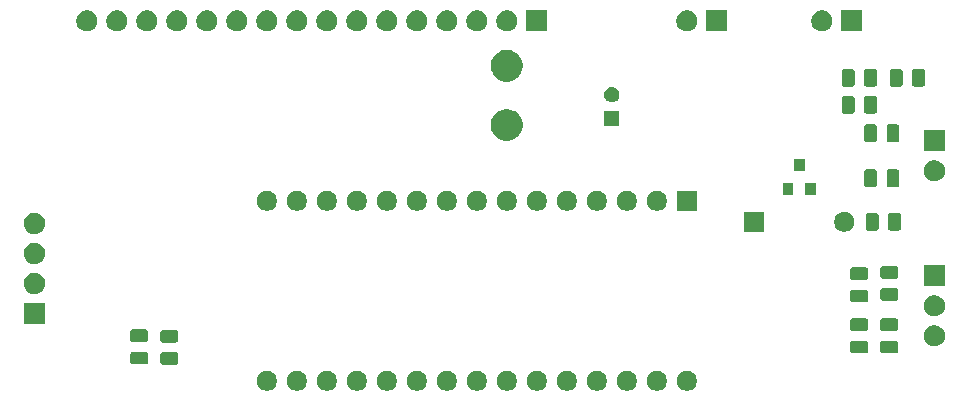
<source format=gbr>
G04 #@! TF.GenerationSoftware,KiCad,Pcbnew,(5.1.5)-3*
G04 #@! TF.CreationDate,2020-07-14T08:47:50-04:00*
G04 #@! TF.ProjectId,WR9R_Raduino,57523952-5f52-4616-9475-696e6f2e6b69,rev?*
G04 #@! TF.SameCoordinates,Original*
G04 #@! TF.FileFunction,Soldermask,Top*
G04 #@! TF.FilePolarity,Negative*
%FSLAX46Y46*%
G04 Gerber Fmt 4.6, Leading zero omitted, Abs format (unit mm)*
G04 Created by KiCad (PCBNEW (5.1.5)-3) date 2020-07-14 08:47:50*
%MOMM*%
%LPD*%
G04 APERTURE LIST*
%ADD10C,0.100000*%
G04 APERTURE END LIST*
D10*
G36*
X117380328Y-112846702D02*
G01*
X117535200Y-112910852D01*
X117674581Y-113003984D01*
X117793115Y-113122518D01*
X117886247Y-113261899D01*
X117950397Y-113416771D01*
X117983100Y-113581183D01*
X117983100Y-113748815D01*
X117950397Y-113913227D01*
X117886247Y-114068099D01*
X117793115Y-114207480D01*
X117674581Y-114326014D01*
X117535200Y-114419146D01*
X117380328Y-114483296D01*
X117215916Y-114515999D01*
X117048284Y-114515999D01*
X116883872Y-114483296D01*
X116729000Y-114419146D01*
X116589619Y-114326014D01*
X116471085Y-114207480D01*
X116377953Y-114068099D01*
X116313803Y-113913227D01*
X116281100Y-113748815D01*
X116281100Y-113581183D01*
X116313803Y-113416771D01*
X116377953Y-113261899D01*
X116471085Y-113122518D01*
X116589619Y-113003984D01*
X116729000Y-112910852D01*
X116883872Y-112846702D01*
X117048284Y-112813999D01*
X117215916Y-112813999D01*
X117380328Y-112846702D01*
G37*
G36*
X94520328Y-112846702D02*
G01*
X94675200Y-112910852D01*
X94814581Y-113003984D01*
X94933115Y-113122518D01*
X95026247Y-113261899D01*
X95090397Y-113416771D01*
X95123100Y-113581183D01*
X95123100Y-113748815D01*
X95090397Y-113913227D01*
X95026247Y-114068099D01*
X94933115Y-114207480D01*
X94814581Y-114326014D01*
X94675200Y-114419146D01*
X94520328Y-114483296D01*
X94355916Y-114515999D01*
X94188284Y-114515999D01*
X94023872Y-114483296D01*
X93869000Y-114419146D01*
X93729619Y-114326014D01*
X93611085Y-114207480D01*
X93517953Y-114068099D01*
X93453803Y-113913227D01*
X93421100Y-113748815D01*
X93421100Y-113581183D01*
X93453803Y-113416771D01*
X93517953Y-113261899D01*
X93611085Y-113122518D01*
X93729619Y-113003984D01*
X93869000Y-112910852D01*
X94023872Y-112846702D01*
X94188284Y-112813999D01*
X94355916Y-112813999D01*
X94520328Y-112846702D01*
G37*
G36*
X97060328Y-112846702D02*
G01*
X97215200Y-112910852D01*
X97354581Y-113003984D01*
X97473115Y-113122518D01*
X97566247Y-113261899D01*
X97630397Y-113416771D01*
X97663100Y-113581183D01*
X97663100Y-113748815D01*
X97630397Y-113913227D01*
X97566247Y-114068099D01*
X97473115Y-114207480D01*
X97354581Y-114326014D01*
X97215200Y-114419146D01*
X97060328Y-114483296D01*
X96895916Y-114515999D01*
X96728284Y-114515999D01*
X96563872Y-114483296D01*
X96409000Y-114419146D01*
X96269619Y-114326014D01*
X96151085Y-114207480D01*
X96057953Y-114068099D01*
X95993803Y-113913227D01*
X95961100Y-113748815D01*
X95961100Y-113581183D01*
X95993803Y-113416771D01*
X96057953Y-113261899D01*
X96151085Y-113122518D01*
X96269619Y-113003984D01*
X96409000Y-112910852D01*
X96563872Y-112846702D01*
X96728284Y-112813999D01*
X96895916Y-112813999D01*
X97060328Y-112846702D01*
G37*
G36*
X99600328Y-112846702D02*
G01*
X99755200Y-112910852D01*
X99894581Y-113003984D01*
X100013115Y-113122518D01*
X100106247Y-113261899D01*
X100170397Y-113416771D01*
X100203100Y-113581183D01*
X100203100Y-113748815D01*
X100170397Y-113913227D01*
X100106247Y-114068099D01*
X100013115Y-114207480D01*
X99894581Y-114326014D01*
X99755200Y-114419146D01*
X99600328Y-114483296D01*
X99435916Y-114515999D01*
X99268284Y-114515999D01*
X99103872Y-114483296D01*
X98949000Y-114419146D01*
X98809619Y-114326014D01*
X98691085Y-114207480D01*
X98597953Y-114068099D01*
X98533803Y-113913227D01*
X98501100Y-113748815D01*
X98501100Y-113581183D01*
X98533803Y-113416771D01*
X98597953Y-113261899D01*
X98691085Y-113122518D01*
X98809619Y-113003984D01*
X98949000Y-112910852D01*
X99103872Y-112846702D01*
X99268284Y-112813999D01*
X99435916Y-112813999D01*
X99600328Y-112846702D01*
G37*
G36*
X102140328Y-112846702D02*
G01*
X102295200Y-112910852D01*
X102434581Y-113003984D01*
X102553115Y-113122518D01*
X102646247Y-113261899D01*
X102710397Y-113416771D01*
X102743100Y-113581183D01*
X102743100Y-113748815D01*
X102710397Y-113913227D01*
X102646247Y-114068099D01*
X102553115Y-114207480D01*
X102434581Y-114326014D01*
X102295200Y-114419146D01*
X102140328Y-114483296D01*
X101975916Y-114515999D01*
X101808284Y-114515999D01*
X101643872Y-114483296D01*
X101489000Y-114419146D01*
X101349619Y-114326014D01*
X101231085Y-114207480D01*
X101137953Y-114068099D01*
X101073803Y-113913227D01*
X101041100Y-113748815D01*
X101041100Y-113581183D01*
X101073803Y-113416771D01*
X101137953Y-113261899D01*
X101231085Y-113122518D01*
X101349619Y-113003984D01*
X101489000Y-112910852D01*
X101643872Y-112846702D01*
X101808284Y-112813999D01*
X101975916Y-112813999D01*
X102140328Y-112846702D01*
G37*
G36*
X104680328Y-112846702D02*
G01*
X104835200Y-112910852D01*
X104974581Y-113003984D01*
X105093115Y-113122518D01*
X105186247Y-113261899D01*
X105250397Y-113416771D01*
X105283100Y-113581183D01*
X105283100Y-113748815D01*
X105250397Y-113913227D01*
X105186247Y-114068099D01*
X105093115Y-114207480D01*
X104974581Y-114326014D01*
X104835200Y-114419146D01*
X104680328Y-114483296D01*
X104515916Y-114515999D01*
X104348284Y-114515999D01*
X104183872Y-114483296D01*
X104029000Y-114419146D01*
X103889619Y-114326014D01*
X103771085Y-114207480D01*
X103677953Y-114068099D01*
X103613803Y-113913227D01*
X103581100Y-113748815D01*
X103581100Y-113581183D01*
X103613803Y-113416771D01*
X103677953Y-113261899D01*
X103771085Y-113122518D01*
X103889619Y-113003984D01*
X104029000Y-112910852D01*
X104183872Y-112846702D01*
X104348284Y-112813999D01*
X104515916Y-112813999D01*
X104680328Y-112846702D01*
G37*
G36*
X107220328Y-112846702D02*
G01*
X107375200Y-112910852D01*
X107514581Y-113003984D01*
X107633115Y-113122518D01*
X107726247Y-113261899D01*
X107790397Y-113416771D01*
X107823100Y-113581183D01*
X107823100Y-113748815D01*
X107790397Y-113913227D01*
X107726247Y-114068099D01*
X107633115Y-114207480D01*
X107514581Y-114326014D01*
X107375200Y-114419146D01*
X107220328Y-114483296D01*
X107055916Y-114515999D01*
X106888284Y-114515999D01*
X106723872Y-114483296D01*
X106569000Y-114419146D01*
X106429619Y-114326014D01*
X106311085Y-114207480D01*
X106217953Y-114068099D01*
X106153803Y-113913227D01*
X106121100Y-113748815D01*
X106121100Y-113581183D01*
X106153803Y-113416771D01*
X106217953Y-113261899D01*
X106311085Y-113122518D01*
X106429619Y-113003984D01*
X106569000Y-112910852D01*
X106723872Y-112846702D01*
X106888284Y-112813999D01*
X107055916Y-112813999D01*
X107220328Y-112846702D01*
G37*
G36*
X91980328Y-112846702D02*
G01*
X92135200Y-112910852D01*
X92274581Y-113003984D01*
X92393115Y-113122518D01*
X92486247Y-113261899D01*
X92550397Y-113416771D01*
X92583100Y-113581183D01*
X92583100Y-113748815D01*
X92550397Y-113913227D01*
X92486247Y-114068099D01*
X92393115Y-114207480D01*
X92274581Y-114326014D01*
X92135200Y-114419146D01*
X91980328Y-114483296D01*
X91815916Y-114515999D01*
X91648284Y-114515999D01*
X91483872Y-114483296D01*
X91329000Y-114419146D01*
X91189619Y-114326014D01*
X91071085Y-114207480D01*
X90977953Y-114068099D01*
X90913803Y-113913227D01*
X90881100Y-113748815D01*
X90881100Y-113581183D01*
X90913803Y-113416771D01*
X90977953Y-113261899D01*
X91071085Y-113122518D01*
X91189619Y-113003984D01*
X91329000Y-112910852D01*
X91483872Y-112846702D01*
X91648284Y-112813999D01*
X91815916Y-112813999D01*
X91980328Y-112846702D01*
G37*
G36*
X112300328Y-112846702D02*
G01*
X112455200Y-112910852D01*
X112594581Y-113003984D01*
X112713115Y-113122518D01*
X112806247Y-113261899D01*
X112870397Y-113416771D01*
X112903100Y-113581183D01*
X112903100Y-113748815D01*
X112870397Y-113913227D01*
X112806247Y-114068099D01*
X112713115Y-114207480D01*
X112594581Y-114326014D01*
X112455200Y-114419146D01*
X112300328Y-114483296D01*
X112135916Y-114515999D01*
X111968284Y-114515999D01*
X111803872Y-114483296D01*
X111649000Y-114419146D01*
X111509619Y-114326014D01*
X111391085Y-114207480D01*
X111297953Y-114068099D01*
X111233803Y-113913227D01*
X111201100Y-113748815D01*
X111201100Y-113581183D01*
X111233803Y-113416771D01*
X111297953Y-113261899D01*
X111391085Y-113122518D01*
X111509619Y-113003984D01*
X111649000Y-112910852D01*
X111803872Y-112846702D01*
X111968284Y-112813999D01*
X112135916Y-112813999D01*
X112300328Y-112846702D01*
G37*
G36*
X109760328Y-112846702D02*
G01*
X109915200Y-112910852D01*
X110054581Y-113003984D01*
X110173115Y-113122518D01*
X110266247Y-113261899D01*
X110330397Y-113416771D01*
X110363100Y-113581183D01*
X110363100Y-113748815D01*
X110330397Y-113913227D01*
X110266247Y-114068099D01*
X110173115Y-114207480D01*
X110054581Y-114326014D01*
X109915200Y-114419146D01*
X109760328Y-114483296D01*
X109595916Y-114515999D01*
X109428284Y-114515999D01*
X109263872Y-114483296D01*
X109109000Y-114419146D01*
X108969619Y-114326014D01*
X108851085Y-114207480D01*
X108757953Y-114068099D01*
X108693803Y-113913227D01*
X108661100Y-113748815D01*
X108661100Y-113581183D01*
X108693803Y-113416771D01*
X108757953Y-113261899D01*
X108851085Y-113122518D01*
X108969619Y-113003984D01*
X109109000Y-112910852D01*
X109263872Y-112846702D01*
X109428284Y-112813999D01*
X109595916Y-112813999D01*
X109760328Y-112846702D01*
G37*
G36*
X119920328Y-112846702D02*
G01*
X120075200Y-112910852D01*
X120214581Y-113003984D01*
X120333115Y-113122518D01*
X120426247Y-113261899D01*
X120490397Y-113416771D01*
X120523100Y-113581183D01*
X120523100Y-113748815D01*
X120490397Y-113913227D01*
X120426247Y-114068099D01*
X120333115Y-114207480D01*
X120214581Y-114326014D01*
X120075200Y-114419146D01*
X119920328Y-114483296D01*
X119755916Y-114515999D01*
X119588284Y-114515999D01*
X119423872Y-114483296D01*
X119269000Y-114419146D01*
X119129619Y-114326014D01*
X119011085Y-114207480D01*
X118917953Y-114068099D01*
X118853803Y-113913227D01*
X118821100Y-113748815D01*
X118821100Y-113581183D01*
X118853803Y-113416771D01*
X118917953Y-113261899D01*
X119011085Y-113122518D01*
X119129619Y-113003984D01*
X119269000Y-112910852D01*
X119423872Y-112846702D01*
X119588284Y-112813999D01*
X119755916Y-112813999D01*
X119920328Y-112846702D01*
G37*
G36*
X122460328Y-112846702D02*
G01*
X122615200Y-112910852D01*
X122754581Y-113003984D01*
X122873115Y-113122518D01*
X122966247Y-113261899D01*
X123030397Y-113416771D01*
X123063100Y-113581183D01*
X123063100Y-113748815D01*
X123030397Y-113913227D01*
X122966247Y-114068099D01*
X122873115Y-114207480D01*
X122754581Y-114326014D01*
X122615200Y-114419146D01*
X122460328Y-114483296D01*
X122295916Y-114515999D01*
X122128284Y-114515999D01*
X121963872Y-114483296D01*
X121809000Y-114419146D01*
X121669619Y-114326014D01*
X121551085Y-114207480D01*
X121457953Y-114068099D01*
X121393803Y-113913227D01*
X121361100Y-113748815D01*
X121361100Y-113581183D01*
X121393803Y-113416771D01*
X121457953Y-113261899D01*
X121551085Y-113122518D01*
X121669619Y-113003984D01*
X121809000Y-112910852D01*
X121963872Y-112846702D01*
X122128284Y-112813999D01*
X122295916Y-112813999D01*
X122460328Y-112846702D01*
G37*
G36*
X125000328Y-112846702D02*
G01*
X125155200Y-112910852D01*
X125294581Y-113003984D01*
X125413115Y-113122518D01*
X125506247Y-113261899D01*
X125570397Y-113416771D01*
X125603100Y-113581183D01*
X125603100Y-113748815D01*
X125570397Y-113913227D01*
X125506247Y-114068099D01*
X125413115Y-114207480D01*
X125294581Y-114326014D01*
X125155200Y-114419146D01*
X125000328Y-114483296D01*
X124835916Y-114515999D01*
X124668284Y-114515999D01*
X124503872Y-114483296D01*
X124349000Y-114419146D01*
X124209619Y-114326014D01*
X124091085Y-114207480D01*
X123997953Y-114068099D01*
X123933803Y-113913227D01*
X123901100Y-113748815D01*
X123901100Y-113581183D01*
X123933803Y-113416771D01*
X123997953Y-113261899D01*
X124091085Y-113122518D01*
X124209619Y-113003984D01*
X124349000Y-112910852D01*
X124503872Y-112846702D01*
X124668284Y-112813999D01*
X124835916Y-112813999D01*
X125000328Y-112846702D01*
G37*
G36*
X127540328Y-112846702D02*
G01*
X127695200Y-112910852D01*
X127834581Y-113003984D01*
X127953115Y-113122518D01*
X128046247Y-113261899D01*
X128110397Y-113416771D01*
X128143100Y-113581183D01*
X128143100Y-113748815D01*
X128110397Y-113913227D01*
X128046247Y-114068099D01*
X127953115Y-114207480D01*
X127834581Y-114326014D01*
X127695200Y-114419146D01*
X127540328Y-114483296D01*
X127375916Y-114515999D01*
X127208284Y-114515999D01*
X127043872Y-114483296D01*
X126889000Y-114419146D01*
X126749619Y-114326014D01*
X126631085Y-114207480D01*
X126537953Y-114068099D01*
X126473803Y-113913227D01*
X126441100Y-113748815D01*
X126441100Y-113581183D01*
X126473803Y-113416771D01*
X126537953Y-113261899D01*
X126631085Y-113122518D01*
X126749619Y-113003984D01*
X126889000Y-112910852D01*
X127043872Y-112846702D01*
X127208284Y-112813999D01*
X127375916Y-112813999D01*
X127540328Y-112846702D01*
G37*
G36*
X114840328Y-112846702D02*
G01*
X114995200Y-112910852D01*
X115134581Y-113003984D01*
X115253115Y-113122518D01*
X115346247Y-113261899D01*
X115410397Y-113416771D01*
X115443100Y-113581183D01*
X115443100Y-113748815D01*
X115410397Y-113913227D01*
X115346247Y-114068099D01*
X115253115Y-114207480D01*
X115134581Y-114326014D01*
X114995200Y-114419146D01*
X114840328Y-114483296D01*
X114675916Y-114515999D01*
X114508284Y-114515999D01*
X114343872Y-114483296D01*
X114189000Y-114419146D01*
X114049619Y-114326014D01*
X113931085Y-114207480D01*
X113837953Y-114068099D01*
X113773803Y-113913227D01*
X113741100Y-113748815D01*
X113741100Y-113581183D01*
X113773803Y-113416771D01*
X113837953Y-113261899D01*
X113931085Y-113122518D01*
X114049619Y-113003984D01*
X114189000Y-112910852D01*
X114343872Y-112846702D01*
X114508284Y-112813999D01*
X114675916Y-112813999D01*
X114840328Y-112846702D01*
G37*
G36*
X84061568Y-111226064D02*
G01*
X84100238Y-111237795D01*
X84135877Y-111256845D01*
X84167117Y-111282482D01*
X84192754Y-111313722D01*
X84211804Y-111349361D01*
X84223535Y-111388031D01*
X84228100Y-111434387D01*
X84228100Y-112085611D01*
X84223535Y-112131967D01*
X84211804Y-112170637D01*
X84192754Y-112206276D01*
X84167117Y-112237516D01*
X84135877Y-112263153D01*
X84100238Y-112282203D01*
X84061568Y-112293934D01*
X84015212Y-112298499D01*
X82938988Y-112298499D01*
X82892632Y-112293934D01*
X82853962Y-112282203D01*
X82818323Y-112263153D01*
X82787083Y-112237516D01*
X82761446Y-112206276D01*
X82742396Y-112170637D01*
X82730665Y-112131967D01*
X82726100Y-112085611D01*
X82726100Y-111434387D01*
X82730665Y-111388031D01*
X82742396Y-111349361D01*
X82761446Y-111313722D01*
X82787083Y-111282482D01*
X82818323Y-111256845D01*
X82853962Y-111237795D01*
X82892632Y-111226064D01*
X82938988Y-111221499D01*
X84015212Y-111221499D01*
X84061568Y-111226064D01*
G37*
G36*
X81521568Y-111196064D02*
G01*
X81560238Y-111207795D01*
X81595877Y-111226845D01*
X81627117Y-111252482D01*
X81652754Y-111283722D01*
X81671804Y-111319361D01*
X81683535Y-111358031D01*
X81688100Y-111404387D01*
X81688100Y-112055611D01*
X81683535Y-112101967D01*
X81671804Y-112140637D01*
X81652754Y-112176276D01*
X81627117Y-112207516D01*
X81595877Y-112233153D01*
X81560238Y-112252203D01*
X81521568Y-112263934D01*
X81475212Y-112268499D01*
X80398988Y-112268499D01*
X80352632Y-112263934D01*
X80313962Y-112252203D01*
X80278323Y-112233153D01*
X80247083Y-112207516D01*
X80221446Y-112176276D01*
X80202396Y-112140637D01*
X80190665Y-112101967D01*
X80186100Y-112055611D01*
X80186100Y-111404387D01*
X80190665Y-111358031D01*
X80202396Y-111319361D01*
X80221446Y-111283722D01*
X80247083Y-111252482D01*
X80278323Y-111226845D01*
X80313962Y-111207795D01*
X80352632Y-111196064D01*
X80398988Y-111191499D01*
X81475212Y-111191499D01*
X81521568Y-111196064D01*
G37*
G36*
X145021568Y-110258564D02*
G01*
X145060238Y-110270295D01*
X145095877Y-110289345D01*
X145127117Y-110314982D01*
X145152754Y-110346222D01*
X145171804Y-110381861D01*
X145183535Y-110420531D01*
X145188100Y-110466887D01*
X145188100Y-111118111D01*
X145183535Y-111164467D01*
X145171804Y-111203137D01*
X145152754Y-111238776D01*
X145127117Y-111270016D01*
X145095877Y-111295653D01*
X145060238Y-111314703D01*
X145021568Y-111326434D01*
X144975212Y-111330999D01*
X143898988Y-111330999D01*
X143852632Y-111326434D01*
X143813962Y-111314703D01*
X143778323Y-111295653D01*
X143747083Y-111270016D01*
X143721446Y-111238776D01*
X143702396Y-111203137D01*
X143690665Y-111164467D01*
X143686100Y-111118111D01*
X143686100Y-110466887D01*
X143690665Y-110420531D01*
X143702396Y-110381861D01*
X143721446Y-110346222D01*
X143747083Y-110314982D01*
X143778323Y-110289345D01*
X143813962Y-110270295D01*
X143852632Y-110258564D01*
X143898988Y-110253999D01*
X144975212Y-110253999D01*
X145021568Y-110258564D01*
G37*
G36*
X142481568Y-110258564D02*
G01*
X142520238Y-110270295D01*
X142555877Y-110289345D01*
X142587117Y-110314982D01*
X142612754Y-110346222D01*
X142631804Y-110381861D01*
X142643535Y-110420531D01*
X142648100Y-110466887D01*
X142648100Y-111118111D01*
X142643535Y-111164467D01*
X142631804Y-111203137D01*
X142612754Y-111238776D01*
X142587117Y-111270016D01*
X142555877Y-111295653D01*
X142520238Y-111314703D01*
X142481568Y-111326434D01*
X142435212Y-111330999D01*
X141358988Y-111330999D01*
X141312632Y-111326434D01*
X141273962Y-111314703D01*
X141238323Y-111295653D01*
X141207083Y-111270016D01*
X141181446Y-111238776D01*
X141162396Y-111203137D01*
X141150665Y-111164467D01*
X141146100Y-111118111D01*
X141146100Y-110466887D01*
X141150665Y-110420531D01*
X141162396Y-110381861D01*
X141181446Y-110346222D01*
X141207083Y-110314982D01*
X141238323Y-110289345D01*
X141273962Y-110270295D01*
X141312632Y-110258564D01*
X141358988Y-110253999D01*
X142435212Y-110253999D01*
X142481568Y-110258564D01*
G37*
G36*
X148360612Y-108958926D02*
G01*
X148509912Y-108988623D01*
X148673884Y-109056543D01*
X148821454Y-109155146D01*
X148946953Y-109280645D01*
X149045556Y-109428215D01*
X149113476Y-109592187D01*
X149148100Y-109766258D01*
X149148100Y-109943740D01*
X149113476Y-110117811D01*
X149045556Y-110281783D01*
X148946953Y-110429353D01*
X148821454Y-110554852D01*
X148673884Y-110653455D01*
X148509912Y-110721375D01*
X148360612Y-110751072D01*
X148335842Y-110755999D01*
X148158358Y-110755999D01*
X148133588Y-110751072D01*
X147984288Y-110721375D01*
X147820316Y-110653455D01*
X147672746Y-110554852D01*
X147547247Y-110429353D01*
X147448644Y-110281783D01*
X147380724Y-110117811D01*
X147346100Y-109943740D01*
X147346100Y-109766258D01*
X147380724Y-109592187D01*
X147448644Y-109428215D01*
X147547247Y-109280645D01*
X147672746Y-109155146D01*
X147820316Y-109056543D01*
X147984288Y-108988623D01*
X148133588Y-108958926D01*
X148158358Y-108953999D01*
X148335842Y-108953999D01*
X148360612Y-108958926D01*
G37*
G36*
X84061568Y-109351064D02*
G01*
X84100238Y-109362795D01*
X84135877Y-109381845D01*
X84167117Y-109407482D01*
X84192754Y-109438722D01*
X84211804Y-109474361D01*
X84223535Y-109513031D01*
X84228100Y-109559387D01*
X84228100Y-110210611D01*
X84223535Y-110256967D01*
X84211804Y-110295637D01*
X84192754Y-110331276D01*
X84167117Y-110362516D01*
X84135877Y-110388153D01*
X84100238Y-110407203D01*
X84061568Y-110418934D01*
X84015212Y-110423499D01*
X82938988Y-110423499D01*
X82892632Y-110418934D01*
X82853962Y-110407203D01*
X82818323Y-110388153D01*
X82787083Y-110362516D01*
X82761446Y-110331276D01*
X82742396Y-110295637D01*
X82730665Y-110256967D01*
X82726100Y-110210611D01*
X82726100Y-109559387D01*
X82730665Y-109513031D01*
X82742396Y-109474361D01*
X82761446Y-109438722D01*
X82787083Y-109407482D01*
X82818323Y-109381845D01*
X82853962Y-109362795D01*
X82892632Y-109351064D01*
X82938988Y-109346499D01*
X84015212Y-109346499D01*
X84061568Y-109351064D01*
G37*
G36*
X81521568Y-109321064D02*
G01*
X81560238Y-109332795D01*
X81595877Y-109351845D01*
X81627117Y-109377482D01*
X81652754Y-109408722D01*
X81671804Y-109444361D01*
X81683535Y-109483031D01*
X81688100Y-109529387D01*
X81688100Y-110180611D01*
X81683535Y-110226967D01*
X81671804Y-110265637D01*
X81652754Y-110301276D01*
X81627117Y-110332516D01*
X81595877Y-110358153D01*
X81560238Y-110377203D01*
X81521568Y-110388934D01*
X81475212Y-110393499D01*
X80398988Y-110393499D01*
X80352632Y-110388934D01*
X80313962Y-110377203D01*
X80278323Y-110358153D01*
X80247083Y-110332516D01*
X80221446Y-110301276D01*
X80202396Y-110265637D01*
X80190665Y-110226967D01*
X80186100Y-110180611D01*
X80186100Y-109529387D01*
X80190665Y-109483031D01*
X80202396Y-109444361D01*
X80221446Y-109408722D01*
X80247083Y-109377482D01*
X80278323Y-109351845D01*
X80313962Y-109332795D01*
X80352632Y-109321064D01*
X80398988Y-109316499D01*
X81475212Y-109316499D01*
X81521568Y-109321064D01*
G37*
G36*
X142481568Y-108383564D02*
G01*
X142520238Y-108395295D01*
X142555877Y-108414345D01*
X142587117Y-108439982D01*
X142612754Y-108471222D01*
X142631804Y-108506861D01*
X142643535Y-108545531D01*
X142648100Y-108591887D01*
X142648100Y-109243111D01*
X142643535Y-109289467D01*
X142631804Y-109328137D01*
X142612754Y-109363776D01*
X142587117Y-109395016D01*
X142555877Y-109420653D01*
X142520238Y-109439703D01*
X142481568Y-109451434D01*
X142435212Y-109455999D01*
X141358988Y-109455999D01*
X141312632Y-109451434D01*
X141273962Y-109439703D01*
X141238323Y-109420653D01*
X141207083Y-109395016D01*
X141181446Y-109363776D01*
X141162396Y-109328137D01*
X141150665Y-109289467D01*
X141146100Y-109243111D01*
X141146100Y-108591887D01*
X141150665Y-108545531D01*
X141162396Y-108506861D01*
X141181446Y-108471222D01*
X141207083Y-108439982D01*
X141238323Y-108414345D01*
X141273962Y-108395295D01*
X141312632Y-108383564D01*
X141358988Y-108378999D01*
X142435212Y-108378999D01*
X142481568Y-108383564D01*
G37*
G36*
X145021568Y-108383564D02*
G01*
X145060238Y-108395295D01*
X145095877Y-108414345D01*
X145127117Y-108439982D01*
X145152754Y-108471222D01*
X145171804Y-108506861D01*
X145183535Y-108545531D01*
X145188100Y-108591887D01*
X145188100Y-109243111D01*
X145183535Y-109289467D01*
X145171804Y-109328137D01*
X145152754Y-109363776D01*
X145127117Y-109395016D01*
X145095877Y-109420653D01*
X145060238Y-109439703D01*
X145021568Y-109451434D01*
X144975212Y-109455999D01*
X143898988Y-109455999D01*
X143852632Y-109451434D01*
X143813962Y-109439703D01*
X143778323Y-109420653D01*
X143747083Y-109395016D01*
X143721446Y-109363776D01*
X143702396Y-109328137D01*
X143690665Y-109289467D01*
X143686100Y-109243111D01*
X143686100Y-108591887D01*
X143690665Y-108545531D01*
X143702396Y-108506861D01*
X143721446Y-108471222D01*
X143747083Y-108439982D01*
X143778323Y-108414345D01*
X143813962Y-108395295D01*
X143852632Y-108383564D01*
X143898988Y-108378999D01*
X144975212Y-108378999D01*
X145021568Y-108383564D01*
G37*
G36*
X72948100Y-108850999D02*
G01*
X71146100Y-108850999D01*
X71146100Y-107048999D01*
X72948100Y-107048999D01*
X72948100Y-108850999D01*
G37*
G36*
X148360612Y-106418926D02*
G01*
X148509912Y-106448623D01*
X148673884Y-106516543D01*
X148821454Y-106615146D01*
X148946953Y-106740645D01*
X149045556Y-106888215D01*
X149113476Y-107052187D01*
X149148100Y-107226258D01*
X149148100Y-107403740D01*
X149113476Y-107577811D01*
X149045556Y-107741783D01*
X148946953Y-107889353D01*
X148821454Y-108014852D01*
X148673884Y-108113455D01*
X148509912Y-108181375D01*
X148360612Y-108211072D01*
X148335842Y-108215999D01*
X148158358Y-108215999D01*
X148133588Y-108211072D01*
X147984288Y-108181375D01*
X147820316Y-108113455D01*
X147672746Y-108014852D01*
X147547247Y-107889353D01*
X147448644Y-107741783D01*
X147380724Y-107577811D01*
X147346100Y-107403740D01*
X147346100Y-107226258D01*
X147380724Y-107052187D01*
X147448644Y-106888215D01*
X147547247Y-106740645D01*
X147672746Y-106615146D01*
X147820316Y-106516543D01*
X147984288Y-106448623D01*
X148133588Y-106418926D01*
X148158358Y-106413999D01*
X148335842Y-106413999D01*
X148360612Y-106418926D01*
G37*
G36*
X142481568Y-105940564D02*
G01*
X142520238Y-105952295D01*
X142555877Y-105971345D01*
X142587117Y-105996982D01*
X142612754Y-106028222D01*
X142631804Y-106063861D01*
X142643535Y-106102531D01*
X142648100Y-106148887D01*
X142648100Y-106800111D01*
X142643535Y-106846467D01*
X142631804Y-106885137D01*
X142612754Y-106920776D01*
X142587117Y-106952016D01*
X142555877Y-106977653D01*
X142520238Y-106996703D01*
X142481568Y-107008434D01*
X142435212Y-107012999D01*
X141358988Y-107012999D01*
X141312632Y-107008434D01*
X141273962Y-106996703D01*
X141238323Y-106977653D01*
X141207083Y-106952016D01*
X141181446Y-106920776D01*
X141162396Y-106885137D01*
X141150665Y-106846467D01*
X141146100Y-106800111D01*
X141146100Y-106148887D01*
X141150665Y-106102531D01*
X141162396Y-106063861D01*
X141181446Y-106028222D01*
X141207083Y-105996982D01*
X141238323Y-105971345D01*
X141273962Y-105952295D01*
X141312632Y-105940564D01*
X141358988Y-105935999D01*
X142435212Y-105935999D01*
X142481568Y-105940564D01*
G37*
G36*
X145021568Y-105813564D02*
G01*
X145060238Y-105825295D01*
X145095877Y-105844345D01*
X145127117Y-105869982D01*
X145152754Y-105901222D01*
X145171804Y-105936861D01*
X145183535Y-105975531D01*
X145188100Y-106021887D01*
X145188100Y-106673111D01*
X145183535Y-106719467D01*
X145171804Y-106758137D01*
X145152754Y-106793776D01*
X145127117Y-106825016D01*
X145095877Y-106850653D01*
X145060238Y-106869703D01*
X145021568Y-106881434D01*
X144975212Y-106885999D01*
X143898988Y-106885999D01*
X143852632Y-106881434D01*
X143813962Y-106869703D01*
X143778323Y-106850653D01*
X143747083Y-106825016D01*
X143721446Y-106793776D01*
X143702396Y-106758137D01*
X143690665Y-106719467D01*
X143686100Y-106673111D01*
X143686100Y-106021887D01*
X143690665Y-105975531D01*
X143702396Y-105936861D01*
X143721446Y-105901222D01*
X143747083Y-105869982D01*
X143778323Y-105844345D01*
X143813962Y-105825295D01*
X143852632Y-105813564D01*
X143898988Y-105808999D01*
X144975212Y-105808999D01*
X145021568Y-105813564D01*
G37*
G36*
X72160612Y-104513926D02*
G01*
X72309912Y-104543623D01*
X72473884Y-104611543D01*
X72621454Y-104710146D01*
X72746953Y-104835645D01*
X72845556Y-104983215D01*
X72913476Y-105147187D01*
X72948100Y-105321258D01*
X72948100Y-105498740D01*
X72913476Y-105672811D01*
X72845556Y-105836783D01*
X72746953Y-105984353D01*
X72621454Y-106109852D01*
X72473884Y-106208455D01*
X72309912Y-106276375D01*
X72160612Y-106306072D01*
X72135842Y-106310999D01*
X71958358Y-106310999D01*
X71933588Y-106306072D01*
X71784288Y-106276375D01*
X71620316Y-106208455D01*
X71472746Y-106109852D01*
X71347247Y-105984353D01*
X71248644Y-105836783D01*
X71180724Y-105672811D01*
X71146100Y-105498740D01*
X71146100Y-105321258D01*
X71180724Y-105147187D01*
X71248644Y-104983215D01*
X71347247Y-104835645D01*
X71472746Y-104710146D01*
X71620316Y-104611543D01*
X71784288Y-104543623D01*
X71933588Y-104513926D01*
X71958358Y-104508999D01*
X72135842Y-104508999D01*
X72160612Y-104513926D01*
G37*
G36*
X149148100Y-105675999D02*
G01*
X147346100Y-105675999D01*
X147346100Y-103873999D01*
X149148100Y-103873999D01*
X149148100Y-105675999D01*
G37*
G36*
X142481568Y-104065564D02*
G01*
X142520238Y-104077295D01*
X142555877Y-104096345D01*
X142587117Y-104121982D01*
X142612754Y-104153222D01*
X142631804Y-104188861D01*
X142643535Y-104227531D01*
X142648100Y-104273887D01*
X142648100Y-104925111D01*
X142643535Y-104971467D01*
X142631804Y-105010137D01*
X142612754Y-105045776D01*
X142587117Y-105077016D01*
X142555877Y-105102653D01*
X142520238Y-105121703D01*
X142481568Y-105133434D01*
X142435212Y-105137999D01*
X141358988Y-105137999D01*
X141312632Y-105133434D01*
X141273962Y-105121703D01*
X141238323Y-105102653D01*
X141207083Y-105077016D01*
X141181446Y-105045776D01*
X141162396Y-105010137D01*
X141150665Y-104971467D01*
X141146100Y-104925111D01*
X141146100Y-104273887D01*
X141150665Y-104227531D01*
X141162396Y-104188861D01*
X141181446Y-104153222D01*
X141207083Y-104121982D01*
X141238323Y-104096345D01*
X141273962Y-104077295D01*
X141312632Y-104065564D01*
X141358988Y-104060999D01*
X142435212Y-104060999D01*
X142481568Y-104065564D01*
G37*
G36*
X145021568Y-103938564D02*
G01*
X145060238Y-103950295D01*
X145095877Y-103969345D01*
X145127117Y-103994982D01*
X145152754Y-104026222D01*
X145171804Y-104061861D01*
X145183535Y-104100531D01*
X145188100Y-104146887D01*
X145188100Y-104798111D01*
X145183535Y-104844467D01*
X145171804Y-104883137D01*
X145152754Y-104918776D01*
X145127117Y-104950016D01*
X145095877Y-104975653D01*
X145060238Y-104994703D01*
X145021568Y-105006434D01*
X144975212Y-105010999D01*
X143898988Y-105010999D01*
X143852632Y-105006434D01*
X143813962Y-104994703D01*
X143778323Y-104975653D01*
X143747083Y-104950016D01*
X143721446Y-104918776D01*
X143702396Y-104883137D01*
X143690665Y-104844467D01*
X143686100Y-104798111D01*
X143686100Y-104146887D01*
X143690665Y-104100531D01*
X143702396Y-104061861D01*
X143721446Y-104026222D01*
X143747083Y-103994982D01*
X143778323Y-103969345D01*
X143813962Y-103950295D01*
X143852632Y-103938564D01*
X143898988Y-103933999D01*
X144975212Y-103933999D01*
X145021568Y-103938564D01*
G37*
G36*
X72160612Y-101973926D02*
G01*
X72309912Y-102003623D01*
X72473884Y-102071543D01*
X72621454Y-102170146D01*
X72746953Y-102295645D01*
X72845556Y-102443215D01*
X72913476Y-102607187D01*
X72948100Y-102781258D01*
X72948100Y-102958740D01*
X72913476Y-103132811D01*
X72845556Y-103296783D01*
X72746953Y-103444353D01*
X72621454Y-103569852D01*
X72473884Y-103668455D01*
X72309912Y-103736375D01*
X72160612Y-103766072D01*
X72135842Y-103770999D01*
X71958358Y-103770999D01*
X71933588Y-103766072D01*
X71784288Y-103736375D01*
X71620316Y-103668455D01*
X71472746Y-103569852D01*
X71347247Y-103444353D01*
X71248644Y-103296783D01*
X71180724Y-103132811D01*
X71146100Y-102958740D01*
X71146100Y-102781258D01*
X71180724Y-102607187D01*
X71248644Y-102443215D01*
X71347247Y-102295645D01*
X71472746Y-102170146D01*
X71620316Y-102071543D01*
X71784288Y-102003623D01*
X71933588Y-101973926D01*
X71958358Y-101968999D01*
X72135842Y-101968999D01*
X72160612Y-101973926D01*
G37*
G36*
X72160612Y-99433926D02*
G01*
X72309912Y-99463623D01*
X72473884Y-99531543D01*
X72621454Y-99630146D01*
X72746953Y-99755645D01*
X72845556Y-99903215D01*
X72913476Y-100067187D01*
X72948100Y-100241258D01*
X72948100Y-100418740D01*
X72913476Y-100592811D01*
X72845556Y-100756783D01*
X72746953Y-100904353D01*
X72621454Y-101029852D01*
X72473884Y-101128455D01*
X72309912Y-101196375D01*
X72160612Y-101226072D01*
X72135842Y-101230999D01*
X71958358Y-101230999D01*
X71933588Y-101226072D01*
X71784288Y-101196375D01*
X71620316Y-101128455D01*
X71472746Y-101029852D01*
X71347247Y-100904353D01*
X71248644Y-100756783D01*
X71180724Y-100592811D01*
X71146100Y-100418740D01*
X71146100Y-100241258D01*
X71180724Y-100067187D01*
X71248644Y-99903215D01*
X71347247Y-99755645D01*
X71472746Y-99630146D01*
X71620316Y-99531543D01*
X71784288Y-99463623D01*
X71933588Y-99433926D01*
X71958358Y-99428999D01*
X72135842Y-99428999D01*
X72160612Y-99433926D01*
G37*
G36*
X140875328Y-99384702D02*
G01*
X141030200Y-99448852D01*
X141169581Y-99541984D01*
X141288115Y-99660518D01*
X141381247Y-99799899D01*
X141445397Y-99954771D01*
X141478100Y-100119183D01*
X141478100Y-100286815D01*
X141445397Y-100451227D01*
X141381247Y-100606099D01*
X141288115Y-100745480D01*
X141169581Y-100864014D01*
X141030200Y-100957146D01*
X140875328Y-101021296D01*
X140710916Y-101053999D01*
X140543284Y-101053999D01*
X140378872Y-101021296D01*
X140224000Y-100957146D01*
X140084619Y-100864014D01*
X139966085Y-100745480D01*
X139872953Y-100606099D01*
X139808803Y-100451227D01*
X139776100Y-100286815D01*
X139776100Y-100119183D01*
X139808803Y-99954771D01*
X139872953Y-99799899D01*
X139966085Y-99660518D01*
X140084619Y-99541984D01*
X140224000Y-99448852D01*
X140378872Y-99384702D01*
X140543284Y-99351999D01*
X140710916Y-99351999D01*
X140875328Y-99384702D01*
G37*
G36*
X133858100Y-101053999D02*
G01*
X132156100Y-101053999D01*
X132156100Y-99351999D01*
X133858100Y-99351999D01*
X133858100Y-101053999D01*
G37*
G36*
X143363568Y-99456564D02*
G01*
X143402238Y-99468295D01*
X143437877Y-99487345D01*
X143469117Y-99512982D01*
X143494754Y-99544222D01*
X143513804Y-99579861D01*
X143525535Y-99618531D01*
X143530100Y-99664887D01*
X143530100Y-100741111D01*
X143525535Y-100787467D01*
X143513804Y-100826137D01*
X143494754Y-100861776D01*
X143469117Y-100893016D01*
X143437877Y-100918653D01*
X143402238Y-100937703D01*
X143363568Y-100949434D01*
X143317212Y-100953999D01*
X142665988Y-100953999D01*
X142619632Y-100949434D01*
X142580962Y-100937703D01*
X142545323Y-100918653D01*
X142514083Y-100893016D01*
X142488446Y-100861776D01*
X142469396Y-100826137D01*
X142457665Y-100787467D01*
X142453100Y-100741111D01*
X142453100Y-99664887D01*
X142457665Y-99618531D01*
X142469396Y-99579861D01*
X142488446Y-99544222D01*
X142514083Y-99512982D01*
X142545323Y-99487345D01*
X142580962Y-99468295D01*
X142619632Y-99456564D01*
X142665988Y-99451999D01*
X143317212Y-99451999D01*
X143363568Y-99456564D01*
G37*
G36*
X145238568Y-99456564D02*
G01*
X145277238Y-99468295D01*
X145312877Y-99487345D01*
X145344117Y-99512982D01*
X145369754Y-99544222D01*
X145388804Y-99579861D01*
X145400535Y-99618531D01*
X145405100Y-99664887D01*
X145405100Y-100741111D01*
X145400535Y-100787467D01*
X145388804Y-100826137D01*
X145369754Y-100861776D01*
X145344117Y-100893016D01*
X145312877Y-100918653D01*
X145277238Y-100937703D01*
X145238568Y-100949434D01*
X145192212Y-100953999D01*
X144540988Y-100953999D01*
X144494632Y-100949434D01*
X144455962Y-100937703D01*
X144420323Y-100918653D01*
X144389083Y-100893016D01*
X144363446Y-100861776D01*
X144344396Y-100826137D01*
X144332665Y-100787467D01*
X144328100Y-100741111D01*
X144328100Y-99664887D01*
X144332665Y-99618531D01*
X144344396Y-99579861D01*
X144363446Y-99544222D01*
X144389083Y-99512982D01*
X144420323Y-99487345D01*
X144455962Y-99468295D01*
X144494632Y-99456564D01*
X144540988Y-99451999D01*
X145192212Y-99451999D01*
X145238568Y-99456564D01*
G37*
G36*
X114840328Y-97606702D02*
G01*
X114995200Y-97670852D01*
X115134581Y-97763984D01*
X115253115Y-97882518D01*
X115346247Y-98021899D01*
X115410397Y-98176771D01*
X115443100Y-98341183D01*
X115443100Y-98508815D01*
X115410397Y-98673227D01*
X115346247Y-98828099D01*
X115253115Y-98967480D01*
X115134581Y-99086014D01*
X114995200Y-99179146D01*
X114840328Y-99243296D01*
X114675916Y-99275999D01*
X114508284Y-99275999D01*
X114343872Y-99243296D01*
X114189000Y-99179146D01*
X114049619Y-99086014D01*
X113931085Y-98967480D01*
X113837953Y-98828099D01*
X113773803Y-98673227D01*
X113741100Y-98508815D01*
X113741100Y-98341183D01*
X113773803Y-98176771D01*
X113837953Y-98021899D01*
X113931085Y-97882518D01*
X114049619Y-97763984D01*
X114189000Y-97670852D01*
X114343872Y-97606702D01*
X114508284Y-97573999D01*
X114675916Y-97573999D01*
X114840328Y-97606702D01*
G37*
G36*
X117380328Y-97606702D02*
G01*
X117535200Y-97670852D01*
X117674581Y-97763984D01*
X117793115Y-97882518D01*
X117886247Y-98021899D01*
X117950397Y-98176771D01*
X117983100Y-98341183D01*
X117983100Y-98508815D01*
X117950397Y-98673227D01*
X117886247Y-98828099D01*
X117793115Y-98967480D01*
X117674581Y-99086014D01*
X117535200Y-99179146D01*
X117380328Y-99243296D01*
X117215916Y-99275999D01*
X117048284Y-99275999D01*
X116883872Y-99243296D01*
X116729000Y-99179146D01*
X116589619Y-99086014D01*
X116471085Y-98967480D01*
X116377953Y-98828099D01*
X116313803Y-98673227D01*
X116281100Y-98508815D01*
X116281100Y-98341183D01*
X116313803Y-98176771D01*
X116377953Y-98021899D01*
X116471085Y-97882518D01*
X116589619Y-97763984D01*
X116729000Y-97670852D01*
X116883872Y-97606702D01*
X117048284Y-97573999D01*
X117215916Y-97573999D01*
X117380328Y-97606702D01*
G37*
G36*
X112300328Y-97606702D02*
G01*
X112455200Y-97670852D01*
X112594581Y-97763984D01*
X112713115Y-97882518D01*
X112806247Y-98021899D01*
X112870397Y-98176771D01*
X112903100Y-98341183D01*
X112903100Y-98508815D01*
X112870397Y-98673227D01*
X112806247Y-98828099D01*
X112713115Y-98967480D01*
X112594581Y-99086014D01*
X112455200Y-99179146D01*
X112300328Y-99243296D01*
X112135916Y-99275999D01*
X111968284Y-99275999D01*
X111803872Y-99243296D01*
X111649000Y-99179146D01*
X111509619Y-99086014D01*
X111391085Y-98967480D01*
X111297953Y-98828099D01*
X111233803Y-98673227D01*
X111201100Y-98508815D01*
X111201100Y-98341183D01*
X111233803Y-98176771D01*
X111297953Y-98021899D01*
X111391085Y-97882518D01*
X111509619Y-97763984D01*
X111649000Y-97670852D01*
X111803872Y-97606702D01*
X111968284Y-97573999D01*
X112135916Y-97573999D01*
X112300328Y-97606702D01*
G37*
G36*
X119920328Y-97606702D02*
G01*
X120075200Y-97670852D01*
X120214581Y-97763984D01*
X120333115Y-97882518D01*
X120426247Y-98021899D01*
X120490397Y-98176771D01*
X120523100Y-98341183D01*
X120523100Y-98508815D01*
X120490397Y-98673227D01*
X120426247Y-98828099D01*
X120333115Y-98967480D01*
X120214581Y-99086014D01*
X120075200Y-99179146D01*
X119920328Y-99243296D01*
X119755916Y-99275999D01*
X119588284Y-99275999D01*
X119423872Y-99243296D01*
X119269000Y-99179146D01*
X119129619Y-99086014D01*
X119011085Y-98967480D01*
X118917953Y-98828099D01*
X118853803Y-98673227D01*
X118821100Y-98508815D01*
X118821100Y-98341183D01*
X118853803Y-98176771D01*
X118917953Y-98021899D01*
X119011085Y-97882518D01*
X119129619Y-97763984D01*
X119269000Y-97670852D01*
X119423872Y-97606702D01*
X119588284Y-97573999D01*
X119755916Y-97573999D01*
X119920328Y-97606702D01*
G37*
G36*
X109760328Y-97606702D02*
G01*
X109915200Y-97670852D01*
X110054581Y-97763984D01*
X110173115Y-97882518D01*
X110266247Y-98021899D01*
X110330397Y-98176771D01*
X110363100Y-98341183D01*
X110363100Y-98508815D01*
X110330397Y-98673227D01*
X110266247Y-98828099D01*
X110173115Y-98967480D01*
X110054581Y-99086014D01*
X109915200Y-99179146D01*
X109760328Y-99243296D01*
X109595916Y-99275999D01*
X109428284Y-99275999D01*
X109263872Y-99243296D01*
X109109000Y-99179146D01*
X108969619Y-99086014D01*
X108851085Y-98967480D01*
X108757953Y-98828099D01*
X108693803Y-98673227D01*
X108661100Y-98508815D01*
X108661100Y-98341183D01*
X108693803Y-98176771D01*
X108757953Y-98021899D01*
X108851085Y-97882518D01*
X108969619Y-97763984D01*
X109109000Y-97670852D01*
X109263872Y-97606702D01*
X109428284Y-97573999D01*
X109595916Y-97573999D01*
X109760328Y-97606702D01*
G37*
G36*
X122460328Y-97606702D02*
G01*
X122615200Y-97670852D01*
X122754581Y-97763984D01*
X122873115Y-97882518D01*
X122966247Y-98021899D01*
X123030397Y-98176771D01*
X123063100Y-98341183D01*
X123063100Y-98508815D01*
X123030397Y-98673227D01*
X122966247Y-98828099D01*
X122873115Y-98967480D01*
X122754581Y-99086014D01*
X122615200Y-99179146D01*
X122460328Y-99243296D01*
X122295916Y-99275999D01*
X122128284Y-99275999D01*
X121963872Y-99243296D01*
X121809000Y-99179146D01*
X121669619Y-99086014D01*
X121551085Y-98967480D01*
X121457953Y-98828099D01*
X121393803Y-98673227D01*
X121361100Y-98508815D01*
X121361100Y-98341183D01*
X121393803Y-98176771D01*
X121457953Y-98021899D01*
X121551085Y-97882518D01*
X121669619Y-97763984D01*
X121809000Y-97670852D01*
X121963872Y-97606702D01*
X122128284Y-97573999D01*
X122295916Y-97573999D01*
X122460328Y-97606702D01*
G37*
G36*
X125000328Y-97606702D02*
G01*
X125155200Y-97670852D01*
X125294581Y-97763984D01*
X125413115Y-97882518D01*
X125506247Y-98021899D01*
X125570397Y-98176771D01*
X125603100Y-98341183D01*
X125603100Y-98508815D01*
X125570397Y-98673227D01*
X125506247Y-98828099D01*
X125413115Y-98967480D01*
X125294581Y-99086014D01*
X125155200Y-99179146D01*
X125000328Y-99243296D01*
X124835916Y-99275999D01*
X124668284Y-99275999D01*
X124503872Y-99243296D01*
X124349000Y-99179146D01*
X124209619Y-99086014D01*
X124091085Y-98967480D01*
X123997953Y-98828099D01*
X123933803Y-98673227D01*
X123901100Y-98508815D01*
X123901100Y-98341183D01*
X123933803Y-98176771D01*
X123997953Y-98021899D01*
X124091085Y-97882518D01*
X124209619Y-97763984D01*
X124349000Y-97670852D01*
X124503872Y-97606702D01*
X124668284Y-97573999D01*
X124835916Y-97573999D01*
X125000328Y-97606702D01*
G37*
G36*
X128143100Y-99275999D02*
G01*
X126441100Y-99275999D01*
X126441100Y-97573999D01*
X128143100Y-97573999D01*
X128143100Y-99275999D01*
G37*
G36*
X107220328Y-97606702D02*
G01*
X107375200Y-97670852D01*
X107514581Y-97763984D01*
X107633115Y-97882518D01*
X107726247Y-98021899D01*
X107790397Y-98176771D01*
X107823100Y-98341183D01*
X107823100Y-98508815D01*
X107790397Y-98673227D01*
X107726247Y-98828099D01*
X107633115Y-98967480D01*
X107514581Y-99086014D01*
X107375200Y-99179146D01*
X107220328Y-99243296D01*
X107055916Y-99275999D01*
X106888284Y-99275999D01*
X106723872Y-99243296D01*
X106569000Y-99179146D01*
X106429619Y-99086014D01*
X106311085Y-98967480D01*
X106217953Y-98828099D01*
X106153803Y-98673227D01*
X106121100Y-98508815D01*
X106121100Y-98341183D01*
X106153803Y-98176771D01*
X106217953Y-98021899D01*
X106311085Y-97882518D01*
X106429619Y-97763984D01*
X106569000Y-97670852D01*
X106723872Y-97606702D01*
X106888284Y-97573999D01*
X107055916Y-97573999D01*
X107220328Y-97606702D01*
G37*
G36*
X91980328Y-97606702D02*
G01*
X92135200Y-97670852D01*
X92274581Y-97763984D01*
X92393115Y-97882518D01*
X92486247Y-98021899D01*
X92550397Y-98176771D01*
X92583100Y-98341183D01*
X92583100Y-98508815D01*
X92550397Y-98673227D01*
X92486247Y-98828099D01*
X92393115Y-98967480D01*
X92274581Y-99086014D01*
X92135200Y-99179146D01*
X91980328Y-99243296D01*
X91815916Y-99275999D01*
X91648284Y-99275999D01*
X91483872Y-99243296D01*
X91329000Y-99179146D01*
X91189619Y-99086014D01*
X91071085Y-98967480D01*
X90977953Y-98828099D01*
X90913803Y-98673227D01*
X90881100Y-98508815D01*
X90881100Y-98341183D01*
X90913803Y-98176771D01*
X90977953Y-98021899D01*
X91071085Y-97882518D01*
X91189619Y-97763984D01*
X91329000Y-97670852D01*
X91483872Y-97606702D01*
X91648284Y-97573999D01*
X91815916Y-97573999D01*
X91980328Y-97606702D01*
G37*
G36*
X94520328Y-97606702D02*
G01*
X94675200Y-97670852D01*
X94814581Y-97763984D01*
X94933115Y-97882518D01*
X95026247Y-98021899D01*
X95090397Y-98176771D01*
X95123100Y-98341183D01*
X95123100Y-98508815D01*
X95090397Y-98673227D01*
X95026247Y-98828099D01*
X94933115Y-98967480D01*
X94814581Y-99086014D01*
X94675200Y-99179146D01*
X94520328Y-99243296D01*
X94355916Y-99275999D01*
X94188284Y-99275999D01*
X94023872Y-99243296D01*
X93869000Y-99179146D01*
X93729619Y-99086014D01*
X93611085Y-98967480D01*
X93517953Y-98828099D01*
X93453803Y-98673227D01*
X93421100Y-98508815D01*
X93421100Y-98341183D01*
X93453803Y-98176771D01*
X93517953Y-98021899D01*
X93611085Y-97882518D01*
X93729619Y-97763984D01*
X93869000Y-97670852D01*
X94023872Y-97606702D01*
X94188284Y-97573999D01*
X94355916Y-97573999D01*
X94520328Y-97606702D01*
G37*
G36*
X104680328Y-97606702D02*
G01*
X104835200Y-97670852D01*
X104974581Y-97763984D01*
X105093115Y-97882518D01*
X105186247Y-98021899D01*
X105250397Y-98176771D01*
X105283100Y-98341183D01*
X105283100Y-98508815D01*
X105250397Y-98673227D01*
X105186247Y-98828099D01*
X105093115Y-98967480D01*
X104974581Y-99086014D01*
X104835200Y-99179146D01*
X104680328Y-99243296D01*
X104515916Y-99275999D01*
X104348284Y-99275999D01*
X104183872Y-99243296D01*
X104029000Y-99179146D01*
X103889619Y-99086014D01*
X103771085Y-98967480D01*
X103677953Y-98828099D01*
X103613803Y-98673227D01*
X103581100Y-98508815D01*
X103581100Y-98341183D01*
X103613803Y-98176771D01*
X103677953Y-98021899D01*
X103771085Y-97882518D01*
X103889619Y-97763984D01*
X104029000Y-97670852D01*
X104183872Y-97606702D01*
X104348284Y-97573999D01*
X104515916Y-97573999D01*
X104680328Y-97606702D01*
G37*
G36*
X99600328Y-97606702D02*
G01*
X99755200Y-97670852D01*
X99894581Y-97763984D01*
X100013115Y-97882518D01*
X100106247Y-98021899D01*
X100170397Y-98176771D01*
X100203100Y-98341183D01*
X100203100Y-98508815D01*
X100170397Y-98673227D01*
X100106247Y-98828099D01*
X100013115Y-98967480D01*
X99894581Y-99086014D01*
X99755200Y-99179146D01*
X99600328Y-99243296D01*
X99435916Y-99275999D01*
X99268284Y-99275999D01*
X99103872Y-99243296D01*
X98949000Y-99179146D01*
X98809619Y-99086014D01*
X98691085Y-98967480D01*
X98597953Y-98828099D01*
X98533803Y-98673227D01*
X98501100Y-98508815D01*
X98501100Y-98341183D01*
X98533803Y-98176771D01*
X98597953Y-98021899D01*
X98691085Y-97882518D01*
X98809619Y-97763984D01*
X98949000Y-97670852D01*
X99103872Y-97606702D01*
X99268284Y-97573999D01*
X99435916Y-97573999D01*
X99600328Y-97606702D01*
G37*
G36*
X102140328Y-97606702D02*
G01*
X102295200Y-97670852D01*
X102434581Y-97763984D01*
X102553115Y-97882518D01*
X102646247Y-98021899D01*
X102710397Y-98176771D01*
X102743100Y-98341183D01*
X102743100Y-98508815D01*
X102710397Y-98673227D01*
X102646247Y-98828099D01*
X102553115Y-98967480D01*
X102434581Y-99086014D01*
X102295200Y-99179146D01*
X102140328Y-99243296D01*
X101975916Y-99275999D01*
X101808284Y-99275999D01*
X101643872Y-99243296D01*
X101489000Y-99179146D01*
X101349619Y-99086014D01*
X101231085Y-98967480D01*
X101137953Y-98828099D01*
X101073803Y-98673227D01*
X101041100Y-98508815D01*
X101041100Y-98341183D01*
X101073803Y-98176771D01*
X101137953Y-98021899D01*
X101231085Y-97882518D01*
X101349619Y-97763984D01*
X101489000Y-97670852D01*
X101643872Y-97606702D01*
X101808284Y-97573999D01*
X101975916Y-97573999D01*
X102140328Y-97606702D01*
G37*
G36*
X97060328Y-97606702D02*
G01*
X97215200Y-97670852D01*
X97354581Y-97763984D01*
X97473115Y-97882518D01*
X97566247Y-98021899D01*
X97630397Y-98176771D01*
X97663100Y-98341183D01*
X97663100Y-98508815D01*
X97630397Y-98673227D01*
X97566247Y-98828099D01*
X97473115Y-98967480D01*
X97354581Y-99086014D01*
X97215200Y-99179146D01*
X97060328Y-99243296D01*
X96895916Y-99275999D01*
X96728284Y-99275999D01*
X96563872Y-99243296D01*
X96409000Y-99179146D01*
X96269619Y-99086014D01*
X96151085Y-98967480D01*
X96057953Y-98828099D01*
X95993803Y-98673227D01*
X95961100Y-98508815D01*
X95961100Y-98341183D01*
X95993803Y-98176771D01*
X96057953Y-98021899D01*
X96151085Y-97882518D01*
X96269619Y-97763984D01*
X96409000Y-97670852D01*
X96563872Y-97606702D01*
X96728284Y-97573999D01*
X96895916Y-97573999D01*
X97060328Y-97606702D01*
G37*
G36*
X136318100Y-97893999D02*
G01*
X135416100Y-97893999D01*
X135416100Y-96891999D01*
X136318100Y-96891999D01*
X136318100Y-97893999D01*
G37*
G36*
X138218100Y-97893999D02*
G01*
X137316100Y-97893999D01*
X137316100Y-96891999D01*
X138218100Y-96891999D01*
X138218100Y-97893999D01*
G37*
G36*
X143236568Y-95773564D02*
G01*
X143275238Y-95785295D01*
X143310877Y-95804345D01*
X143342117Y-95829982D01*
X143367754Y-95861222D01*
X143386804Y-95896861D01*
X143398535Y-95935531D01*
X143403100Y-95981887D01*
X143403100Y-97058111D01*
X143398535Y-97104467D01*
X143386804Y-97143137D01*
X143367754Y-97178776D01*
X143342117Y-97210016D01*
X143310877Y-97235653D01*
X143275238Y-97254703D01*
X143236568Y-97266434D01*
X143190212Y-97270999D01*
X142538988Y-97270999D01*
X142492632Y-97266434D01*
X142453962Y-97254703D01*
X142418323Y-97235653D01*
X142387083Y-97210016D01*
X142361446Y-97178776D01*
X142342396Y-97143137D01*
X142330665Y-97104467D01*
X142326100Y-97058111D01*
X142326100Y-95981887D01*
X142330665Y-95935531D01*
X142342396Y-95896861D01*
X142361446Y-95861222D01*
X142387083Y-95829982D01*
X142418323Y-95804345D01*
X142453962Y-95785295D01*
X142492632Y-95773564D01*
X142538988Y-95768999D01*
X143190212Y-95768999D01*
X143236568Y-95773564D01*
G37*
G36*
X145111568Y-95773564D02*
G01*
X145150238Y-95785295D01*
X145185877Y-95804345D01*
X145217117Y-95829982D01*
X145242754Y-95861222D01*
X145261804Y-95896861D01*
X145273535Y-95935531D01*
X145278100Y-95981887D01*
X145278100Y-97058111D01*
X145273535Y-97104467D01*
X145261804Y-97143137D01*
X145242754Y-97178776D01*
X145217117Y-97210016D01*
X145185877Y-97235653D01*
X145150238Y-97254703D01*
X145111568Y-97266434D01*
X145065212Y-97270999D01*
X144413988Y-97270999D01*
X144367632Y-97266434D01*
X144328962Y-97254703D01*
X144293323Y-97235653D01*
X144262083Y-97210016D01*
X144236446Y-97178776D01*
X144217396Y-97143137D01*
X144205665Y-97104467D01*
X144201100Y-97058111D01*
X144201100Y-95981887D01*
X144205665Y-95935531D01*
X144217396Y-95896861D01*
X144236446Y-95861222D01*
X144262083Y-95829982D01*
X144293323Y-95804345D01*
X144328962Y-95785295D01*
X144367632Y-95773564D01*
X144413988Y-95768999D01*
X145065212Y-95768999D01*
X145111568Y-95773564D01*
G37*
G36*
X148360612Y-94988926D02*
G01*
X148509912Y-95018623D01*
X148673884Y-95086543D01*
X148821454Y-95185146D01*
X148946953Y-95310645D01*
X149045556Y-95458215D01*
X149113476Y-95622187D01*
X149148100Y-95796258D01*
X149148100Y-95973740D01*
X149113476Y-96147811D01*
X149045556Y-96311783D01*
X148946953Y-96459353D01*
X148821454Y-96584852D01*
X148673884Y-96683455D01*
X148509912Y-96751375D01*
X148360612Y-96781072D01*
X148335842Y-96785999D01*
X148158358Y-96785999D01*
X148133588Y-96781072D01*
X147984288Y-96751375D01*
X147820316Y-96683455D01*
X147672746Y-96584852D01*
X147547247Y-96459353D01*
X147448644Y-96311783D01*
X147380724Y-96147811D01*
X147346100Y-95973740D01*
X147346100Y-95796258D01*
X147380724Y-95622187D01*
X147448644Y-95458215D01*
X147547247Y-95310645D01*
X147672746Y-95185146D01*
X147820316Y-95086543D01*
X147984288Y-95018623D01*
X148133588Y-94988926D01*
X148158358Y-94983999D01*
X148335842Y-94983999D01*
X148360612Y-94988926D01*
G37*
G36*
X137268100Y-95893999D02*
G01*
X136366100Y-95893999D01*
X136366100Y-94891999D01*
X137268100Y-94891999D01*
X137268100Y-95893999D01*
G37*
G36*
X149148100Y-94245999D02*
G01*
X147346100Y-94245999D01*
X147346100Y-92443999D01*
X149148100Y-92443999D01*
X149148100Y-94245999D01*
G37*
G36*
X143236568Y-91963564D02*
G01*
X143275238Y-91975295D01*
X143310877Y-91994345D01*
X143342117Y-92019982D01*
X143367754Y-92051222D01*
X143386804Y-92086861D01*
X143398535Y-92125531D01*
X143403100Y-92171887D01*
X143403100Y-93248111D01*
X143398535Y-93294467D01*
X143386804Y-93333137D01*
X143367754Y-93368776D01*
X143342117Y-93400016D01*
X143310877Y-93425653D01*
X143275238Y-93444703D01*
X143236568Y-93456434D01*
X143190212Y-93460999D01*
X142538988Y-93460999D01*
X142492632Y-93456434D01*
X142453962Y-93444703D01*
X142418323Y-93425653D01*
X142387083Y-93400016D01*
X142361446Y-93368776D01*
X142342396Y-93333137D01*
X142330665Y-93294467D01*
X142326100Y-93248111D01*
X142326100Y-92171887D01*
X142330665Y-92125531D01*
X142342396Y-92086861D01*
X142361446Y-92051222D01*
X142387083Y-92019982D01*
X142418323Y-91994345D01*
X142453962Y-91975295D01*
X142492632Y-91963564D01*
X142538988Y-91958999D01*
X143190212Y-91958999D01*
X143236568Y-91963564D01*
G37*
G36*
X145111568Y-91963564D02*
G01*
X145150238Y-91975295D01*
X145185877Y-91994345D01*
X145217117Y-92019982D01*
X145242754Y-92051222D01*
X145261804Y-92086861D01*
X145273535Y-92125531D01*
X145278100Y-92171887D01*
X145278100Y-93248111D01*
X145273535Y-93294467D01*
X145261804Y-93333137D01*
X145242754Y-93368776D01*
X145217117Y-93400016D01*
X145185877Y-93425653D01*
X145150238Y-93444703D01*
X145111568Y-93456434D01*
X145065212Y-93460999D01*
X144413988Y-93460999D01*
X144367632Y-93456434D01*
X144328962Y-93444703D01*
X144293323Y-93425653D01*
X144262083Y-93400016D01*
X144236446Y-93368776D01*
X144217396Y-93333137D01*
X144205665Y-93294467D01*
X144201100Y-93248111D01*
X144201100Y-92171887D01*
X144205665Y-92125531D01*
X144217396Y-92086861D01*
X144236446Y-92051222D01*
X144262083Y-92019982D01*
X144293323Y-91994345D01*
X144328962Y-91975295D01*
X144367632Y-91963564D01*
X144413988Y-91958999D01*
X145065212Y-91958999D01*
X145111568Y-91963564D01*
G37*
G36*
X112446172Y-90695917D02*
G01*
X112692039Y-90797758D01*
X112742203Y-90831277D01*
X112913311Y-90945608D01*
X113101491Y-91133788D01*
X113249342Y-91355062D01*
X113351182Y-91600927D01*
X113403100Y-91861936D01*
X113403100Y-92128062D01*
X113351182Y-92389071D01*
X113249341Y-92634938D01*
X113101490Y-92856211D01*
X112913312Y-93044389D01*
X112692039Y-93192240D01*
X112692038Y-93192241D01*
X112692037Y-93192241D01*
X112446172Y-93294081D01*
X112185163Y-93345999D01*
X111919037Y-93345999D01*
X111658028Y-93294081D01*
X111412163Y-93192241D01*
X111412162Y-93192241D01*
X111412161Y-93192240D01*
X111190888Y-93044389D01*
X111002710Y-92856211D01*
X110854859Y-92634938D01*
X110753018Y-92389071D01*
X110701100Y-92128062D01*
X110701100Y-91861936D01*
X110753018Y-91600927D01*
X110854858Y-91355062D01*
X111002709Y-91133788D01*
X111190889Y-90945608D01*
X111361997Y-90831277D01*
X111412161Y-90797758D01*
X111658028Y-90695917D01*
X111919037Y-90643999D01*
X112185163Y-90643999D01*
X112446172Y-90695917D01*
G37*
G36*
X121593100Y-92090999D02*
G01*
X120291100Y-92090999D01*
X120291100Y-90788999D01*
X121593100Y-90788999D01*
X121593100Y-92090999D01*
G37*
G36*
X141331568Y-89550564D02*
G01*
X141370238Y-89562295D01*
X141405877Y-89581345D01*
X141437117Y-89606982D01*
X141462754Y-89638222D01*
X141481804Y-89673861D01*
X141493535Y-89712531D01*
X141498100Y-89758887D01*
X141498100Y-90835111D01*
X141493535Y-90881467D01*
X141481804Y-90920137D01*
X141462754Y-90955776D01*
X141437117Y-90987016D01*
X141405877Y-91012653D01*
X141370238Y-91031703D01*
X141331568Y-91043434D01*
X141285212Y-91047999D01*
X140633988Y-91047999D01*
X140587632Y-91043434D01*
X140548962Y-91031703D01*
X140513323Y-91012653D01*
X140482083Y-90987016D01*
X140456446Y-90955776D01*
X140437396Y-90920137D01*
X140425665Y-90881467D01*
X140421100Y-90835111D01*
X140421100Y-89758887D01*
X140425665Y-89712531D01*
X140437396Y-89673861D01*
X140456446Y-89638222D01*
X140482083Y-89606982D01*
X140513323Y-89581345D01*
X140548962Y-89562295D01*
X140587632Y-89550564D01*
X140633988Y-89545999D01*
X141285212Y-89545999D01*
X141331568Y-89550564D01*
G37*
G36*
X143206568Y-89550564D02*
G01*
X143245238Y-89562295D01*
X143280877Y-89581345D01*
X143312117Y-89606982D01*
X143337754Y-89638222D01*
X143356804Y-89673861D01*
X143368535Y-89712531D01*
X143373100Y-89758887D01*
X143373100Y-90835111D01*
X143368535Y-90881467D01*
X143356804Y-90920137D01*
X143337754Y-90955776D01*
X143312117Y-90987016D01*
X143280877Y-91012653D01*
X143245238Y-91031703D01*
X143206568Y-91043434D01*
X143160212Y-91047999D01*
X142508988Y-91047999D01*
X142462632Y-91043434D01*
X142423962Y-91031703D01*
X142388323Y-91012653D01*
X142357083Y-90987016D01*
X142331446Y-90955776D01*
X142312396Y-90920137D01*
X142300665Y-90881467D01*
X142296100Y-90835111D01*
X142296100Y-89758887D01*
X142300665Y-89712531D01*
X142312396Y-89673861D01*
X142331446Y-89638222D01*
X142357083Y-89606982D01*
X142388323Y-89581345D01*
X142423962Y-89562295D01*
X142462632Y-89550564D01*
X142508988Y-89545999D01*
X143160212Y-89545999D01*
X143206568Y-89550564D01*
G37*
G36*
X121131990Y-88814016D02*
G01*
X121250464Y-88863090D01*
X121357088Y-88934334D01*
X121447765Y-89025011D01*
X121519009Y-89131635D01*
X121568083Y-89250109D01*
X121593100Y-89375881D01*
X121593100Y-89504117D01*
X121568083Y-89629889D01*
X121519009Y-89748363D01*
X121447765Y-89854987D01*
X121357088Y-89945664D01*
X121250464Y-90016908D01*
X121250463Y-90016909D01*
X121250462Y-90016909D01*
X121131990Y-90065982D01*
X121006219Y-90090999D01*
X120877981Y-90090999D01*
X120752210Y-90065982D01*
X120633738Y-90016909D01*
X120633737Y-90016909D01*
X120633736Y-90016908D01*
X120527112Y-89945664D01*
X120436435Y-89854987D01*
X120365191Y-89748363D01*
X120316117Y-89629889D01*
X120291100Y-89504117D01*
X120291100Y-89375881D01*
X120316117Y-89250109D01*
X120365191Y-89131635D01*
X120436435Y-89025011D01*
X120527112Y-88934334D01*
X120633736Y-88863090D01*
X120752210Y-88814016D01*
X120877981Y-88788999D01*
X121006219Y-88788999D01*
X121131990Y-88814016D01*
G37*
G36*
X141331568Y-87264564D02*
G01*
X141370238Y-87276295D01*
X141405877Y-87295345D01*
X141437117Y-87320982D01*
X141462754Y-87352222D01*
X141481804Y-87387861D01*
X141493535Y-87426531D01*
X141498100Y-87472887D01*
X141498100Y-88549111D01*
X141493535Y-88595467D01*
X141481804Y-88634137D01*
X141462754Y-88669776D01*
X141437117Y-88701016D01*
X141405877Y-88726653D01*
X141370238Y-88745703D01*
X141331568Y-88757434D01*
X141285212Y-88761999D01*
X140633988Y-88761999D01*
X140587632Y-88757434D01*
X140548962Y-88745703D01*
X140513323Y-88726653D01*
X140482083Y-88701016D01*
X140456446Y-88669776D01*
X140437396Y-88634137D01*
X140425665Y-88595467D01*
X140421100Y-88549111D01*
X140421100Y-87472887D01*
X140425665Y-87426531D01*
X140437396Y-87387861D01*
X140456446Y-87352222D01*
X140482083Y-87320982D01*
X140513323Y-87295345D01*
X140548962Y-87276295D01*
X140587632Y-87264564D01*
X140633988Y-87259999D01*
X141285212Y-87259999D01*
X141331568Y-87264564D01*
G37*
G36*
X147270568Y-87264564D02*
G01*
X147309238Y-87276295D01*
X147344877Y-87295345D01*
X147376117Y-87320982D01*
X147401754Y-87352222D01*
X147420804Y-87387861D01*
X147432535Y-87426531D01*
X147437100Y-87472887D01*
X147437100Y-88549111D01*
X147432535Y-88595467D01*
X147420804Y-88634137D01*
X147401754Y-88669776D01*
X147376117Y-88701016D01*
X147344877Y-88726653D01*
X147309238Y-88745703D01*
X147270568Y-88757434D01*
X147224212Y-88761999D01*
X146572988Y-88761999D01*
X146526632Y-88757434D01*
X146487962Y-88745703D01*
X146452323Y-88726653D01*
X146421083Y-88701016D01*
X146395446Y-88669776D01*
X146376396Y-88634137D01*
X146364665Y-88595467D01*
X146360100Y-88549111D01*
X146360100Y-87472887D01*
X146364665Y-87426531D01*
X146376396Y-87387861D01*
X146395446Y-87352222D01*
X146421083Y-87320982D01*
X146452323Y-87295345D01*
X146487962Y-87276295D01*
X146526632Y-87264564D01*
X146572988Y-87259999D01*
X147224212Y-87259999D01*
X147270568Y-87264564D01*
G37*
G36*
X143206568Y-87264564D02*
G01*
X143245238Y-87276295D01*
X143280877Y-87295345D01*
X143312117Y-87320982D01*
X143337754Y-87352222D01*
X143356804Y-87387861D01*
X143368535Y-87426531D01*
X143373100Y-87472887D01*
X143373100Y-88549111D01*
X143368535Y-88595467D01*
X143356804Y-88634137D01*
X143337754Y-88669776D01*
X143312117Y-88701016D01*
X143280877Y-88726653D01*
X143245238Y-88745703D01*
X143206568Y-88757434D01*
X143160212Y-88761999D01*
X142508988Y-88761999D01*
X142462632Y-88757434D01*
X142423962Y-88745703D01*
X142388323Y-88726653D01*
X142357083Y-88701016D01*
X142331446Y-88669776D01*
X142312396Y-88634137D01*
X142300665Y-88595467D01*
X142296100Y-88549111D01*
X142296100Y-87472887D01*
X142300665Y-87426531D01*
X142312396Y-87387861D01*
X142331446Y-87352222D01*
X142357083Y-87320982D01*
X142388323Y-87295345D01*
X142423962Y-87276295D01*
X142462632Y-87264564D01*
X142508988Y-87259999D01*
X143160212Y-87259999D01*
X143206568Y-87264564D01*
G37*
G36*
X145395568Y-87264564D02*
G01*
X145434238Y-87276295D01*
X145469877Y-87295345D01*
X145501117Y-87320982D01*
X145526754Y-87352222D01*
X145545804Y-87387861D01*
X145557535Y-87426531D01*
X145562100Y-87472887D01*
X145562100Y-88549111D01*
X145557535Y-88595467D01*
X145545804Y-88634137D01*
X145526754Y-88669776D01*
X145501117Y-88701016D01*
X145469877Y-88726653D01*
X145434238Y-88745703D01*
X145395568Y-88757434D01*
X145349212Y-88761999D01*
X144697988Y-88761999D01*
X144651632Y-88757434D01*
X144612962Y-88745703D01*
X144577323Y-88726653D01*
X144546083Y-88701016D01*
X144520446Y-88669776D01*
X144501396Y-88634137D01*
X144489665Y-88595467D01*
X144485100Y-88549111D01*
X144485100Y-87472887D01*
X144489665Y-87426531D01*
X144501396Y-87387861D01*
X144520446Y-87352222D01*
X144546083Y-87320982D01*
X144577323Y-87295345D01*
X144612962Y-87276295D01*
X144651632Y-87264564D01*
X144697988Y-87259999D01*
X145349212Y-87259999D01*
X145395568Y-87264564D01*
G37*
G36*
X112446172Y-85695917D02*
G01*
X112692039Y-85797758D01*
X112803428Y-85872186D01*
X112913311Y-85945608D01*
X113101491Y-86133788D01*
X113249342Y-86355062D01*
X113351182Y-86600927D01*
X113403100Y-86861936D01*
X113403100Y-87128062D01*
X113372779Y-87280494D01*
X113351182Y-87389071D01*
X113249341Y-87634938D01*
X113101490Y-87856211D01*
X112913312Y-88044389D01*
X112692039Y-88192240D01*
X112692038Y-88192241D01*
X112692037Y-88192241D01*
X112446172Y-88294081D01*
X112185163Y-88345999D01*
X111919037Y-88345999D01*
X111658028Y-88294081D01*
X111412163Y-88192241D01*
X111412162Y-88192241D01*
X111412161Y-88192240D01*
X111190888Y-88044389D01*
X111002710Y-87856211D01*
X110854859Y-87634938D01*
X110753018Y-87389071D01*
X110731421Y-87280494D01*
X110701100Y-87128062D01*
X110701100Y-86861936D01*
X110753018Y-86600927D01*
X110854858Y-86355062D01*
X111002709Y-86133788D01*
X111190889Y-85945608D01*
X111300772Y-85872186D01*
X111412161Y-85797758D01*
X111658028Y-85695917D01*
X111919037Y-85643999D01*
X112185163Y-85643999D01*
X112446172Y-85695917D01*
G37*
G36*
X142163100Y-84085999D02*
G01*
X140361100Y-84085999D01*
X140361100Y-82283999D01*
X142163100Y-82283999D01*
X142163100Y-84085999D01*
G37*
G36*
X138835612Y-82288926D02*
G01*
X138984912Y-82318623D01*
X139148884Y-82386543D01*
X139296454Y-82485146D01*
X139421953Y-82610645D01*
X139520556Y-82758215D01*
X139588476Y-82922187D01*
X139623100Y-83096258D01*
X139623100Y-83273740D01*
X139588476Y-83447811D01*
X139520556Y-83611783D01*
X139421953Y-83759353D01*
X139296454Y-83884852D01*
X139148884Y-83983455D01*
X138984912Y-84051375D01*
X138835612Y-84081072D01*
X138810842Y-84085999D01*
X138633358Y-84085999D01*
X138608588Y-84081072D01*
X138459288Y-84051375D01*
X138295316Y-83983455D01*
X138147746Y-83884852D01*
X138022247Y-83759353D01*
X137923644Y-83611783D01*
X137855724Y-83447811D01*
X137821100Y-83273740D01*
X137821100Y-83096258D01*
X137855724Y-82922187D01*
X137923644Y-82758215D01*
X138022247Y-82610645D01*
X138147746Y-82485146D01*
X138295316Y-82386543D01*
X138459288Y-82318623D01*
X138608588Y-82288926D01*
X138633358Y-82283999D01*
X138810842Y-82283999D01*
X138835612Y-82288926D01*
G37*
G36*
X127405612Y-82288926D02*
G01*
X127554912Y-82318623D01*
X127718884Y-82386543D01*
X127866454Y-82485146D01*
X127991953Y-82610645D01*
X128090556Y-82758215D01*
X128158476Y-82922187D01*
X128193100Y-83096258D01*
X128193100Y-83273740D01*
X128158476Y-83447811D01*
X128090556Y-83611783D01*
X127991953Y-83759353D01*
X127866454Y-83884852D01*
X127718884Y-83983455D01*
X127554912Y-84051375D01*
X127405612Y-84081072D01*
X127380842Y-84085999D01*
X127203358Y-84085999D01*
X127178588Y-84081072D01*
X127029288Y-84051375D01*
X126865316Y-83983455D01*
X126717746Y-83884852D01*
X126592247Y-83759353D01*
X126493644Y-83611783D01*
X126425724Y-83447811D01*
X126391100Y-83273740D01*
X126391100Y-83096258D01*
X126425724Y-82922187D01*
X126493644Y-82758215D01*
X126592247Y-82610645D01*
X126717746Y-82485146D01*
X126865316Y-82386543D01*
X127029288Y-82318623D01*
X127178588Y-82288926D01*
X127203358Y-82283999D01*
X127380842Y-82283999D01*
X127405612Y-82288926D01*
G37*
G36*
X130733100Y-84085999D02*
G01*
X128931100Y-84085999D01*
X128931100Y-82283999D01*
X130733100Y-82283999D01*
X130733100Y-84085999D01*
G37*
G36*
X91845612Y-82288926D02*
G01*
X91994912Y-82318623D01*
X92158884Y-82386543D01*
X92306454Y-82485146D01*
X92431953Y-82610645D01*
X92530556Y-82758215D01*
X92598476Y-82922187D01*
X92633100Y-83096258D01*
X92633100Y-83273740D01*
X92598476Y-83447811D01*
X92530556Y-83611783D01*
X92431953Y-83759353D01*
X92306454Y-83884852D01*
X92158884Y-83983455D01*
X91994912Y-84051375D01*
X91845612Y-84081072D01*
X91820842Y-84085999D01*
X91643358Y-84085999D01*
X91618588Y-84081072D01*
X91469288Y-84051375D01*
X91305316Y-83983455D01*
X91157746Y-83884852D01*
X91032247Y-83759353D01*
X90933644Y-83611783D01*
X90865724Y-83447811D01*
X90831100Y-83273740D01*
X90831100Y-83096258D01*
X90865724Y-82922187D01*
X90933644Y-82758215D01*
X91032247Y-82610645D01*
X91157746Y-82485146D01*
X91305316Y-82386543D01*
X91469288Y-82318623D01*
X91618588Y-82288926D01*
X91643358Y-82283999D01*
X91820842Y-82283999D01*
X91845612Y-82288926D01*
G37*
G36*
X89305612Y-82288926D02*
G01*
X89454912Y-82318623D01*
X89618884Y-82386543D01*
X89766454Y-82485146D01*
X89891953Y-82610645D01*
X89990556Y-82758215D01*
X90058476Y-82922187D01*
X90093100Y-83096258D01*
X90093100Y-83273740D01*
X90058476Y-83447811D01*
X89990556Y-83611783D01*
X89891953Y-83759353D01*
X89766454Y-83884852D01*
X89618884Y-83983455D01*
X89454912Y-84051375D01*
X89305612Y-84081072D01*
X89280842Y-84085999D01*
X89103358Y-84085999D01*
X89078588Y-84081072D01*
X88929288Y-84051375D01*
X88765316Y-83983455D01*
X88617746Y-83884852D01*
X88492247Y-83759353D01*
X88393644Y-83611783D01*
X88325724Y-83447811D01*
X88291100Y-83273740D01*
X88291100Y-83096258D01*
X88325724Y-82922187D01*
X88393644Y-82758215D01*
X88492247Y-82610645D01*
X88617746Y-82485146D01*
X88765316Y-82386543D01*
X88929288Y-82318623D01*
X89078588Y-82288926D01*
X89103358Y-82283999D01*
X89280842Y-82283999D01*
X89305612Y-82288926D01*
G37*
G36*
X86765612Y-82288926D02*
G01*
X86914912Y-82318623D01*
X87078884Y-82386543D01*
X87226454Y-82485146D01*
X87351953Y-82610645D01*
X87450556Y-82758215D01*
X87518476Y-82922187D01*
X87553100Y-83096258D01*
X87553100Y-83273740D01*
X87518476Y-83447811D01*
X87450556Y-83611783D01*
X87351953Y-83759353D01*
X87226454Y-83884852D01*
X87078884Y-83983455D01*
X86914912Y-84051375D01*
X86765612Y-84081072D01*
X86740842Y-84085999D01*
X86563358Y-84085999D01*
X86538588Y-84081072D01*
X86389288Y-84051375D01*
X86225316Y-83983455D01*
X86077746Y-83884852D01*
X85952247Y-83759353D01*
X85853644Y-83611783D01*
X85785724Y-83447811D01*
X85751100Y-83273740D01*
X85751100Y-83096258D01*
X85785724Y-82922187D01*
X85853644Y-82758215D01*
X85952247Y-82610645D01*
X86077746Y-82485146D01*
X86225316Y-82386543D01*
X86389288Y-82318623D01*
X86538588Y-82288926D01*
X86563358Y-82283999D01*
X86740842Y-82283999D01*
X86765612Y-82288926D01*
G37*
G36*
X96925612Y-82288926D02*
G01*
X97074912Y-82318623D01*
X97238884Y-82386543D01*
X97386454Y-82485146D01*
X97511953Y-82610645D01*
X97610556Y-82758215D01*
X97678476Y-82922187D01*
X97713100Y-83096258D01*
X97713100Y-83273740D01*
X97678476Y-83447811D01*
X97610556Y-83611783D01*
X97511953Y-83759353D01*
X97386454Y-83884852D01*
X97238884Y-83983455D01*
X97074912Y-84051375D01*
X96925612Y-84081072D01*
X96900842Y-84085999D01*
X96723358Y-84085999D01*
X96698588Y-84081072D01*
X96549288Y-84051375D01*
X96385316Y-83983455D01*
X96237746Y-83884852D01*
X96112247Y-83759353D01*
X96013644Y-83611783D01*
X95945724Y-83447811D01*
X95911100Y-83273740D01*
X95911100Y-83096258D01*
X95945724Y-82922187D01*
X96013644Y-82758215D01*
X96112247Y-82610645D01*
X96237746Y-82485146D01*
X96385316Y-82386543D01*
X96549288Y-82318623D01*
X96698588Y-82288926D01*
X96723358Y-82283999D01*
X96900842Y-82283999D01*
X96925612Y-82288926D01*
G37*
G36*
X99465612Y-82288926D02*
G01*
X99614912Y-82318623D01*
X99778884Y-82386543D01*
X99926454Y-82485146D01*
X100051953Y-82610645D01*
X100150556Y-82758215D01*
X100218476Y-82922187D01*
X100253100Y-83096258D01*
X100253100Y-83273740D01*
X100218476Y-83447811D01*
X100150556Y-83611783D01*
X100051953Y-83759353D01*
X99926454Y-83884852D01*
X99778884Y-83983455D01*
X99614912Y-84051375D01*
X99465612Y-84081072D01*
X99440842Y-84085999D01*
X99263358Y-84085999D01*
X99238588Y-84081072D01*
X99089288Y-84051375D01*
X98925316Y-83983455D01*
X98777746Y-83884852D01*
X98652247Y-83759353D01*
X98553644Y-83611783D01*
X98485724Y-83447811D01*
X98451100Y-83273740D01*
X98451100Y-83096258D01*
X98485724Y-82922187D01*
X98553644Y-82758215D01*
X98652247Y-82610645D01*
X98777746Y-82485146D01*
X98925316Y-82386543D01*
X99089288Y-82318623D01*
X99238588Y-82288926D01*
X99263358Y-82283999D01*
X99440842Y-82283999D01*
X99465612Y-82288926D01*
G37*
G36*
X102005612Y-82288926D02*
G01*
X102154912Y-82318623D01*
X102318884Y-82386543D01*
X102466454Y-82485146D01*
X102591953Y-82610645D01*
X102690556Y-82758215D01*
X102758476Y-82922187D01*
X102793100Y-83096258D01*
X102793100Y-83273740D01*
X102758476Y-83447811D01*
X102690556Y-83611783D01*
X102591953Y-83759353D01*
X102466454Y-83884852D01*
X102318884Y-83983455D01*
X102154912Y-84051375D01*
X102005612Y-84081072D01*
X101980842Y-84085999D01*
X101803358Y-84085999D01*
X101778588Y-84081072D01*
X101629288Y-84051375D01*
X101465316Y-83983455D01*
X101317746Y-83884852D01*
X101192247Y-83759353D01*
X101093644Y-83611783D01*
X101025724Y-83447811D01*
X100991100Y-83273740D01*
X100991100Y-83096258D01*
X101025724Y-82922187D01*
X101093644Y-82758215D01*
X101192247Y-82610645D01*
X101317746Y-82485146D01*
X101465316Y-82386543D01*
X101629288Y-82318623D01*
X101778588Y-82288926D01*
X101803358Y-82283999D01*
X101980842Y-82283999D01*
X102005612Y-82288926D01*
G37*
G36*
X104545612Y-82288926D02*
G01*
X104694912Y-82318623D01*
X104858884Y-82386543D01*
X105006454Y-82485146D01*
X105131953Y-82610645D01*
X105230556Y-82758215D01*
X105298476Y-82922187D01*
X105333100Y-83096258D01*
X105333100Y-83273740D01*
X105298476Y-83447811D01*
X105230556Y-83611783D01*
X105131953Y-83759353D01*
X105006454Y-83884852D01*
X104858884Y-83983455D01*
X104694912Y-84051375D01*
X104545612Y-84081072D01*
X104520842Y-84085999D01*
X104343358Y-84085999D01*
X104318588Y-84081072D01*
X104169288Y-84051375D01*
X104005316Y-83983455D01*
X103857746Y-83884852D01*
X103732247Y-83759353D01*
X103633644Y-83611783D01*
X103565724Y-83447811D01*
X103531100Y-83273740D01*
X103531100Y-83096258D01*
X103565724Y-82922187D01*
X103633644Y-82758215D01*
X103732247Y-82610645D01*
X103857746Y-82485146D01*
X104005316Y-82386543D01*
X104169288Y-82318623D01*
X104318588Y-82288926D01*
X104343358Y-82283999D01*
X104520842Y-82283999D01*
X104545612Y-82288926D01*
G37*
G36*
X94385612Y-82288926D02*
G01*
X94534912Y-82318623D01*
X94698884Y-82386543D01*
X94846454Y-82485146D01*
X94971953Y-82610645D01*
X95070556Y-82758215D01*
X95138476Y-82922187D01*
X95173100Y-83096258D01*
X95173100Y-83273740D01*
X95138476Y-83447811D01*
X95070556Y-83611783D01*
X94971953Y-83759353D01*
X94846454Y-83884852D01*
X94698884Y-83983455D01*
X94534912Y-84051375D01*
X94385612Y-84081072D01*
X94360842Y-84085999D01*
X94183358Y-84085999D01*
X94158588Y-84081072D01*
X94009288Y-84051375D01*
X93845316Y-83983455D01*
X93697746Y-83884852D01*
X93572247Y-83759353D01*
X93473644Y-83611783D01*
X93405724Y-83447811D01*
X93371100Y-83273740D01*
X93371100Y-83096258D01*
X93405724Y-82922187D01*
X93473644Y-82758215D01*
X93572247Y-82610645D01*
X93697746Y-82485146D01*
X93845316Y-82386543D01*
X94009288Y-82318623D01*
X94158588Y-82288926D01*
X94183358Y-82283999D01*
X94360842Y-82283999D01*
X94385612Y-82288926D01*
G37*
G36*
X84225612Y-82288926D02*
G01*
X84374912Y-82318623D01*
X84538884Y-82386543D01*
X84686454Y-82485146D01*
X84811953Y-82610645D01*
X84910556Y-82758215D01*
X84978476Y-82922187D01*
X85013100Y-83096258D01*
X85013100Y-83273740D01*
X84978476Y-83447811D01*
X84910556Y-83611783D01*
X84811953Y-83759353D01*
X84686454Y-83884852D01*
X84538884Y-83983455D01*
X84374912Y-84051375D01*
X84225612Y-84081072D01*
X84200842Y-84085999D01*
X84023358Y-84085999D01*
X83998588Y-84081072D01*
X83849288Y-84051375D01*
X83685316Y-83983455D01*
X83537746Y-83884852D01*
X83412247Y-83759353D01*
X83313644Y-83611783D01*
X83245724Y-83447811D01*
X83211100Y-83273740D01*
X83211100Y-83096258D01*
X83245724Y-82922187D01*
X83313644Y-82758215D01*
X83412247Y-82610645D01*
X83537746Y-82485146D01*
X83685316Y-82386543D01*
X83849288Y-82318623D01*
X83998588Y-82288926D01*
X84023358Y-82283999D01*
X84200842Y-82283999D01*
X84225612Y-82288926D01*
G37*
G36*
X81685612Y-82288926D02*
G01*
X81834912Y-82318623D01*
X81998884Y-82386543D01*
X82146454Y-82485146D01*
X82271953Y-82610645D01*
X82370556Y-82758215D01*
X82438476Y-82922187D01*
X82473100Y-83096258D01*
X82473100Y-83273740D01*
X82438476Y-83447811D01*
X82370556Y-83611783D01*
X82271953Y-83759353D01*
X82146454Y-83884852D01*
X81998884Y-83983455D01*
X81834912Y-84051375D01*
X81685612Y-84081072D01*
X81660842Y-84085999D01*
X81483358Y-84085999D01*
X81458588Y-84081072D01*
X81309288Y-84051375D01*
X81145316Y-83983455D01*
X80997746Y-83884852D01*
X80872247Y-83759353D01*
X80773644Y-83611783D01*
X80705724Y-83447811D01*
X80671100Y-83273740D01*
X80671100Y-83096258D01*
X80705724Y-82922187D01*
X80773644Y-82758215D01*
X80872247Y-82610645D01*
X80997746Y-82485146D01*
X81145316Y-82386543D01*
X81309288Y-82318623D01*
X81458588Y-82288926D01*
X81483358Y-82283999D01*
X81660842Y-82283999D01*
X81685612Y-82288926D01*
G37*
G36*
X76605612Y-82288926D02*
G01*
X76754912Y-82318623D01*
X76918884Y-82386543D01*
X77066454Y-82485146D01*
X77191953Y-82610645D01*
X77290556Y-82758215D01*
X77358476Y-82922187D01*
X77393100Y-83096258D01*
X77393100Y-83273740D01*
X77358476Y-83447811D01*
X77290556Y-83611783D01*
X77191953Y-83759353D01*
X77066454Y-83884852D01*
X76918884Y-83983455D01*
X76754912Y-84051375D01*
X76605612Y-84081072D01*
X76580842Y-84085999D01*
X76403358Y-84085999D01*
X76378588Y-84081072D01*
X76229288Y-84051375D01*
X76065316Y-83983455D01*
X75917746Y-83884852D01*
X75792247Y-83759353D01*
X75693644Y-83611783D01*
X75625724Y-83447811D01*
X75591100Y-83273740D01*
X75591100Y-83096258D01*
X75625724Y-82922187D01*
X75693644Y-82758215D01*
X75792247Y-82610645D01*
X75917746Y-82485146D01*
X76065316Y-82386543D01*
X76229288Y-82318623D01*
X76378588Y-82288926D01*
X76403358Y-82283999D01*
X76580842Y-82283999D01*
X76605612Y-82288926D01*
G37*
G36*
X109625612Y-82288926D02*
G01*
X109774912Y-82318623D01*
X109938884Y-82386543D01*
X110086454Y-82485146D01*
X110211953Y-82610645D01*
X110310556Y-82758215D01*
X110378476Y-82922187D01*
X110413100Y-83096258D01*
X110413100Y-83273740D01*
X110378476Y-83447811D01*
X110310556Y-83611783D01*
X110211953Y-83759353D01*
X110086454Y-83884852D01*
X109938884Y-83983455D01*
X109774912Y-84051375D01*
X109625612Y-84081072D01*
X109600842Y-84085999D01*
X109423358Y-84085999D01*
X109398588Y-84081072D01*
X109249288Y-84051375D01*
X109085316Y-83983455D01*
X108937746Y-83884852D01*
X108812247Y-83759353D01*
X108713644Y-83611783D01*
X108645724Y-83447811D01*
X108611100Y-83273740D01*
X108611100Y-83096258D01*
X108645724Y-82922187D01*
X108713644Y-82758215D01*
X108812247Y-82610645D01*
X108937746Y-82485146D01*
X109085316Y-82386543D01*
X109249288Y-82318623D01*
X109398588Y-82288926D01*
X109423358Y-82283999D01*
X109600842Y-82283999D01*
X109625612Y-82288926D01*
G37*
G36*
X112165612Y-82288926D02*
G01*
X112314912Y-82318623D01*
X112478884Y-82386543D01*
X112626454Y-82485146D01*
X112751953Y-82610645D01*
X112850556Y-82758215D01*
X112918476Y-82922187D01*
X112953100Y-83096258D01*
X112953100Y-83273740D01*
X112918476Y-83447811D01*
X112850556Y-83611783D01*
X112751953Y-83759353D01*
X112626454Y-83884852D01*
X112478884Y-83983455D01*
X112314912Y-84051375D01*
X112165612Y-84081072D01*
X112140842Y-84085999D01*
X111963358Y-84085999D01*
X111938588Y-84081072D01*
X111789288Y-84051375D01*
X111625316Y-83983455D01*
X111477746Y-83884852D01*
X111352247Y-83759353D01*
X111253644Y-83611783D01*
X111185724Y-83447811D01*
X111151100Y-83273740D01*
X111151100Y-83096258D01*
X111185724Y-82922187D01*
X111253644Y-82758215D01*
X111352247Y-82610645D01*
X111477746Y-82485146D01*
X111625316Y-82386543D01*
X111789288Y-82318623D01*
X111938588Y-82288926D01*
X111963358Y-82283999D01*
X112140842Y-82283999D01*
X112165612Y-82288926D01*
G37*
G36*
X115493100Y-84085999D02*
G01*
X113691100Y-84085999D01*
X113691100Y-82283999D01*
X115493100Y-82283999D01*
X115493100Y-84085999D01*
G37*
G36*
X79145612Y-82288926D02*
G01*
X79294912Y-82318623D01*
X79458884Y-82386543D01*
X79606454Y-82485146D01*
X79731953Y-82610645D01*
X79830556Y-82758215D01*
X79898476Y-82922187D01*
X79933100Y-83096258D01*
X79933100Y-83273740D01*
X79898476Y-83447811D01*
X79830556Y-83611783D01*
X79731953Y-83759353D01*
X79606454Y-83884852D01*
X79458884Y-83983455D01*
X79294912Y-84051375D01*
X79145612Y-84081072D01*
X79120842Y-84085999D01*
X78943358Y-84085999D01*
X78918588Y-84081072D01*
X78769288Y-84051375D01*
X78605316Y-83983455D01*
X78457746Y-83884852D01*
X78332247Y-83759353D01*
X78233644Y-83611783D01*
X78165724Y-83447811D01*
X78131100Y-83273740D01*
X78131100Y-83096258D01*
X78165724Y-82922187D01*
X78233644Y-82758215D01*
X78332247Y-82610645D01*
X78457746Y-82485146D01*
X78605316Y-82386543D01*
X78769288Y-82318623D01*
X78918588Y-82288926D01*
X78943358Y-82283999D01*
X79120842Y-82283999D01*
X79145612Y-82288926D01*
G37*
G36*
X107085612Y-82288926D02*
G01*
X107234912Y-82318623D01*
X107398884Y-82386543D01*
X107546454Y-82485146D01*
X107671953Y-82610645D01*
X107770556Y-82758215D01*
X107838476Y-82922187D01*
X107873100Y-83096258D01*
X107873100Y-83273740D01*
X107838476Y-83447811D01*
X107770556Y-83611783D01*
X107671953Y-83759353D01*
X107546454Y-83884852D01*
X107398884Y-83983455D01*
X107234912Y-84051375D01*
X107085612Y-84081072D01*
X107060842Y-84085999D01*
X106883358Y-84085999D01*
X106858588Y-84081072D01*
X106709288Y-84051375D01*
X106545316Y-83983455D01*
X106397746Y-83884852D01*
X106272247Y-83759353D01*
X106173644Y-83611783D01*
X106105724Y-83447811D01*
X106071100Y-83273740D01*
X106071100Y-83096258D01*
X106105724Y-82922187D01*
X106173644Y-82758215D01*
X106272247Y-82610645D01*
X106397746Y-82485146D01*
X106545316Y-82386543D01*
X106709288Y-82318623D01*
X106858588Y-82288926D01*
X106883358Y-82283999D01*
X107060842Y-82283999D01*
X107085612Y-82288926D01*
G37*
M02*

</source>
